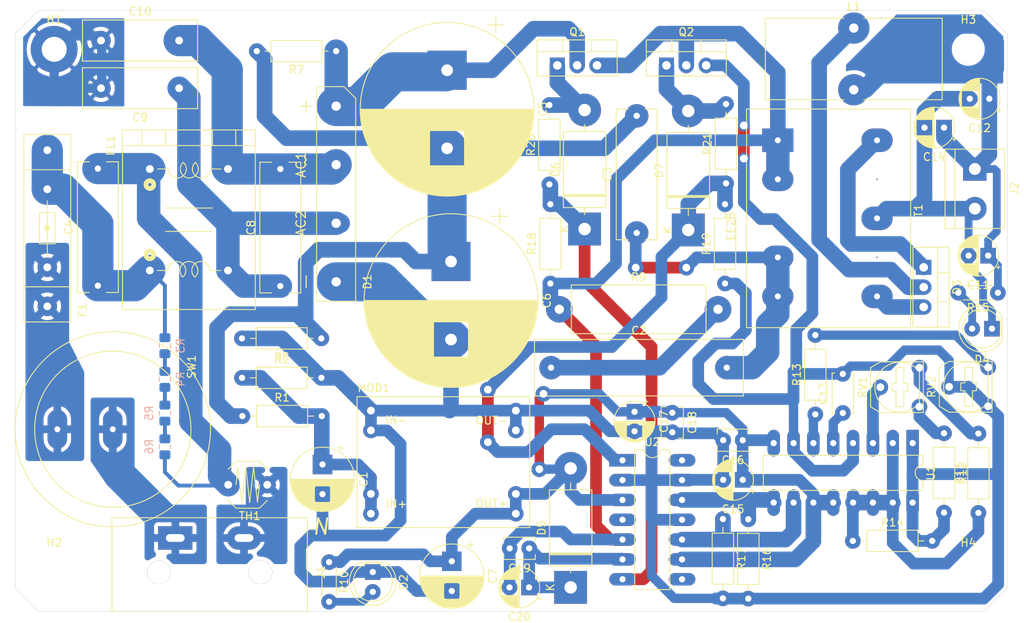
<source format=kicad_pcb>
(kicad_pcb (version 20171130) (host pcbnew 5.1.4)
  (layers (0 F.Cu signal) (31 B.Cu signal) (34 B.Paste user) (35 F.Paste user) (36 B.SilkS user) (37 F.SilkS user) (38 B.Mask user) (39 F.Mask user) (44 Edge.Cuts user))
  (net 0 "")
  (net 1 "Net-(F1-Pad2)")
  (net 2 "Net-(C1-Pad1)")
  (net 3 "Net-(J1-Pad2)")
  (net 4 "Net-(R3-Pad2)")
  (net 5 N)
  (net 6 F)
  (net 7 GNDPWR)
  (net 8 Vin)
  (net 9 Vin|2)
  (net 10 VS2)
  (net 11 +15V)
  (net 12 "Net-(J1-Pad1)")
  (net 13 GNDREF)
  (net 14 VG1)
  (net 15 VG2)
  (net 16 +5V_REF)
  (net 17 "Net-(R13-Pad1)")
  (net 18 PWM_A)
  (net 19 PWM_B)
  (net 20 VS1)
  (net 21 "Net-(D2-Pad2)")
  (net 22 "Net-(D6-Pad1)")
  (net 23 "Net-(R13-Pad2)")
  (net 24 FB)
  (net 25 "Net-(D3-Pad2)")
  (net 26 "Net-(D3-Pad1)")
  (net 27 "Net-(D3-Pad3)")
  (net 28 "Net-(C2-Pad2)")
  (net 29 "Net-(C2-Pad1)")
  (net 30 "Net-(C4-Pad2)")
  (net 31 "Net-(C4-Pad1)")
  (net 32 "Net-(C11-Pad1)")
  (net 33 "Net-(C13-Pad1)")
  (net 34 "Net-(C19-Pad1)")
  (net 35 "Net-(D4-Pad2)")
  (net 36 "Net-(D7-Pad1)")
  (net 37 "Net-(R4-Pad2)")
  (net 38 "Net-(R5-Pad2)")
  (net 39 "Net-(R11-Pad2)")
  (net 40 "Net-(R12-Pad1)")
  (module lib_fp:NTC-16 (layer F.Cu) (at 122.682 127)
    (fp_text reference TH1 (at 0.25 4) (layer F.SilkS))
    (fp_text value 16)
    (pad 2 thru_hole circle (at -2.5 0) (size 2.2 2.2) (drill 1) (layers *.Cu *.Mask) (net 30 "Net-(C4-Pad2)"))
    (pad 1 thru_hole circle (at 2.5 0) (size 2.2 2.2) (drill 1) (layers *.Cu *.Mask) (net 3 "Net-(J1-Pad2)"))
  )
  (module lib_fp:IEC-C8 (layer F.Cu) (at 117.80812 138.21732 180)
    (fp_text reference J1 (at -14.224 0 90) (layer F.SilkS))
    (fp_text value "220 VAC")
    (fp_text user N (at -14.224 5.842) (layer F.SilkS) (effects (font (size 2 2) (thickness 0.25) italic)))
    (pad "" thru_hole circle (at -6.5 0 180) (size 3 3) (drill 3) (layers *.Cu *.Mask))
    (pad "" thru_hole circle (at 6.5 0 180) (size 3 3) (drill 3) (layers *.Cu *.Mask))
    (pad 1 thru_hole rect (at 4.4 4.4 180) (size 4.4 3) (drill oval 2.4 1) (layers *.Cu *.Mask) (net 12 "Net-(J1-Pad1)"))
    (pad 2 thru_hole oval (at -4.4 4.4 180) (size 4.4 3) (drill oval 2.4 1) (layers *.Cu *.Mask) (net 3 "Net-(J1-Pad2)"))
  )
  (module lib_fp:Choke_A (layer F.Cu) (at 115.15 93.05 90)
    (fp_text reference FL1 (at 9.5 -10 90) (layer F.SilkS))
    (fp_text value "Choke Coil")
    (pad 1 thru_hole circle (at -6.5 -5 90) (size 2.5 2.5) (drill 1) (layers *.Cu *.Mask) (net 31 "Net-(C4-Pad1)"))
    (pad 2 thru_hole circle (at -6.5 5 90) (size 2.5 2.5) (drill 1) (layers *.Cu *.Mask) (net 6 F))
    (pad 3 thru_hole circle (at 6.5 -5 90) (size 2.5 2.5) (drill 1) (layers *.Cu *.Mask) (net 30 "Net-(C4-Pad2)"))
    (pad 4 thru_hole circle (at 6.5 5 90) (size 2.5 2.5) (drill 1) (layers *.Cu *.Mask) (net 5 N))
  )
  (module lib_fp:C_EMI (layer F.Cu) (at 113.9 76.2 180)
    (fp_text reference C9 (at 5 -3.75) (layer F.SilkS))
    (fp_text value 1n)
    (pad 2 thru_hole circle (at 10 0 180) (size 2.5 2.5) (drill 1) (layers *.Cu *.Mask) (net 7 GNDPWR))
    (pad 1 thru_hole circle (at 0 0 180) (size 2.5 2.5) (drill 1) (layers *.Cu *.Mask) (net 6 F))
  )
  (module lib_fp:C_EMI (layer F.Cu) (at 103.9 70.1)
    (fp_text reference C10 (at 5 -3.75) (layer F.SilkS))
    (fp_text value 1n)
    (pad 1 thru_hole circle (at 0 0) (size 2.5 2.5) (drill 1) (layers *.Cu *.Mask) (net 7 GNDPWR))
    (pad 2 thru_hole circle (at 10 0) (size 2.5 2.5) (drill 1) (layers *.Cu *.Mask) (net 5 N))
  )
  (module lib_fp:DS3B (layer F.Cu) (at 134 90 270)
    (fp_text reference D1 (at 11 -4 90) (layer F.SilkS))
    (fp_text value D3SB60)
    (fp_text user + (at -11.5 4 90) (layer F.SilkS) (effects (font (size 2 2))))
    (fp_text user ~ (at -4.5 4 90) (layer F.SilkS) (effects (font (size 2 2))))
    (fp_text user AC1 (at -4 4.5 90) (layer F.SilkS) (effects (font (size 1.2 1.2))))
    (fp_text user AC2 (at 3.5 4.5 90) (layer F.SilkS) (effects (font (size 1.2 1.2))))
    (fp_text user - (at 11 4 90) (layer F.SilkS) (effects (font (size 2 2))))
    (fp_text user ~ (at -4.5 4 90) (layer F.SilkS) (effects (font (size 2 2))))
    (pad 1 thru_hole oval (at -11.5 0 270) (size 2.5 3.5) (drill oval 1.2) (layers *.Cu *.Mask) (net 8 Vin))
    (pad 2 thru_hole oval (at -4 0 270) (size 2.5 3.5) (drill 1.2) (layers *.Cu *.Mask) (net 5 N))
    (pad 3 thru_hole oval (at 3.5 0 270) (size 2.5 3.5) (drill 1.2) (layers *.Cu *.Mask) (net 6 F))
    (pad 4 thru_hole oval (at 11 0 270) (size 2.5 3.5) (drill 1.2) (layers *.Cu *.Mask) (net 10 VS2))
  )
  (module lib_fp:Rocker (layer F.Cu) (at 105.41 119.888 90)
    (fp_text reference SW1 (at 8 10.1 90) (layer F.SilkS))
    (fp_text value ROCKER)
    (pad 1 thru_hole oval (at 0 0 90) (size 5 2.5) (drill 0.762) (layers *.Cu *.Mask) (net 12 "Net-(J1-Pad1)"))
    (pad 2 thru_hole oval (at 0 -7.1 90) (size 5 2.5) (drill 0.762) (layers *.Cu *.Mask) (net 1 "Net-(F1-Pad2)"))
  )
  (module lib_fp:TerminalBlock_bornier-2_P5.08mm (layer F.Cu) (at 215.75 86.55 270)
    (fp_text reference J2 (at 2.54 -5.08 90) (layer F.SilkS))
    (fp_text value "Salida +24V")
    (pad 1 thru_hole rect (at 0 0 270) (size 3 3) (drill 1.52) (layers *.Cu *.Mask) (net 32 "Net-(C11-Pad1)"))
    (pad 2 thru_hole circle (at 5.08 0 270) (size 3 3) (drill 1.52) (layers *.Cu *.Mask) (net 13 GNDREF))
  )
  (module lib_fp:TO-220-3_Vertical (layer F.Cu) (at 162.306 73.279)
    (fp_text reference Q1 (at 2.54 -4.27) (layer F.SilkS))
    (fp_text value IRF840)
    (pad 3 thru_hole oval (at 5.08 0) (size 1.905 2) (drill 1.1) (layers *.Cu *.Mask) (net 20 VS1))
    (pad 2 thru_hole oval (at 2.54 0) (size 1.905 2) (drill 1.1) (layers *.Cu *.Mask) (net 8 Vin))
    (pad 1 thru_hole rect (at 0 0) (size 1.905 2) (drill 1.1) (layers *.Cu *.Mask) (net 14 VG1))
  )
  (module lib_fp:TO-220-3_Vertical (layer F.Cu) (at 176.276 73.279)
    (fp_text reference Q2 (at 2.54 -4.27) (layer F.SilkS))
    (fp_text value IRF840)
    (pad 1 thru_hole rect (at 0 0) (size 1.905 2) (drill 1.1) (layers *.Cu *.Mask) (net 15 VG2))
    (pad 2 thru_hole oval (at 2.54 0) (size 1.905 2) (drill 1.1) (layers *.Cu *.Mask) (net 20 VS1))
    (pad 3 thru_hole oval (at 5.08 0) (size 1.905 2) (drill 1.1) (layers *.Cu *.Mask) (net 10 VS2))
  )
  (module lib_fp:Fuse_4pin_A (layer F.Cu) (at 97.028 94.14 270)
    (fp_text reference F1 (at 10.5 -4.5 90) (layer F.SilkS))
    (fp_text value "0,5 A")
    (pad 1 thru_hole circle (at -5 0 270) (size 2.5 2.5) (drill 1) (layers *.Cu *.Mask) (net 31 "Net-(C4-Pad1)"))
    (pad 2 thru_hole circle (at 5 0 270) (size 2.5 2.5) (drill 1) (layers *.Cu *.Mask) (net 1 "Net-(F1-Pad2)"))
    (pad 1 thru_hole circle (at -10 0 270) (size 2.5 2.5) (drill 1) (layers *.Cu *.Mask) (net 31 "Net-(C4-Pad1)"))
    (pad 2 thru_hole circle (at 10 0 270) (size 2.5 2.5) (drill 1) (layers *.Cu *.Mask) (net 1 "Net-(F1-Pad2)"))
  )
  (module lib_fp:Trimpot_Horizontal (layer F.Cu) (at 206.15 114.5 90)
    (fp_text reference RV1 (at 0 -4.75 90) (layer F.SilkS))
    (fp_text value 5k)
    (pad 1 thru_hole circle (at 2.5 2.5 90) (size 2 2) (drill 1) (layers *.Cu *.Mask) (net 39 "Net-(R11-Pad2)"))
    (pad 2 thru_hole circle (at 0 -2.5 90) (size 2 2) (drill 1) (layers *.Cu *.Mask) (net 24 FB))
    (pad 3 thru_hole circle (at -2.5 2.5 90) (size 2 2) (drill 1) (layers *.Cu *.Mask) (net 40 "Net-(R12-Pad1)"))
  )
  (module lib_fp:Trimpot_Horizontal (layer F.Cu) (at 214.95 114.45 90)
    (fp_text reference RV2 (at 0 -4.75 90) (layer F.SilkS))
    (fp_text value 1k)
    (pad 3 thru_hole circle (at -2.5 2.5 90) (size 2 2) (drill 1) (layers *.Cu *.Mask) (net 10 VS2))
    (pad 2 thru_hole circle (at 0 -2.5 90) (size 2 2) (drill 1) (layers *.Cu *.Mask) (net 10 VS2))
    (pad 1 thru_hole circle (at 2.5 2.5 90) (size 2 2) (drill 1) (layers *.Cu *.Mask) (net 23 "Net-(R13-Pad2)"))
  )
  (module lib_fp:TO-220-3_Vertical (layer F.Cu) (at 209.2 99.15 270)
    (fp_text reference D3 (at 2.54 -4.27 90) (layer F.SilkS))
    (fp_text value MUR1660)
    (pad 3 thru_hole oval (at 5.08 0 270) (size 1.905 2) (drill 1.1) (layers *.Cu *.Mask) (net 27 "Net-(D3-Pad3)"))
    (pad 2 thru_hole oval (at 2.54 0 270) (size 1.905 2) (drill 1.1) (layers *.Cu *.Mask) (net 25 "Net-(D3-Pad2)"))
    (pad 1 thru_hole rect (at 0 0 270) (size 1.905 2) (drill 1.1) (layers *.Cu *.Mask) (net 26 "Net-(D3-Pad1)"))
  )
  (module lib_fp:Transformador_EE25 (layer F.Cu) (at 208.25 78.25 270)
    (fp_text reference T1 (at 13.62 -0.28 90) (layer F.SilkS))
    (fp_text value Transformer_1P_SS)
    (fp_text user EE25 (at 15.62 23.72 90) (layer F.SilkS))
    (pad 2 thru_hole oval (at 24.62 17.72 270) (size 3 4) (drill 0.762) (layers *.Cu *.Mask) (net 28 "Net-(C2-Pad2)"))
    (pad 2 thru_hole oval (at 19.62 17.72 270) (size 3 4) (drill 0.762) (layers *.Cu *.Mask) (net 28 "Net-(C2-Pad2)"))
    (pad "" thru_hole oval (at 14.62 17.72 270) (size 0.1 0.1) (drill 0.1) (layers *.Cu *.Mask) (net 10 VS2))
    (pad 1 thru_hole oval (at 9.62 17.72 270) (size 3 4) (drill 0.762) (layers *.Cu *.Mask) (net 20 VS1))
    (pad 1 thru_hole rect (at 4.62 17.72 270) (size 3 4) (drill 0.762) (layers *.Cu *.Mask) (net 20 VS1))
    (pad "" thru_hole oval (at 9.62 5.02 270) (size 0.2 0.2) (drill 0.1) (layers *.Cu *.Mask))
    (pad 5 thru_hole oval (at 4.62 5.02 270) (size 3 4) (drill 0.762) (layers *.Cu *.Mask) (net 26 "Net-(D3-Pad1)"))
    (pad 4 thru_hole oval (at 14.62 5.02 270) (size 3 4) (drill 0.762) (layers *.Cu *.Mask) (net 13 GNDREF))
    (pad "" thru_hole oval (at 19.62 5.02 270) (size 0.2 0.2) (drill 0.1) (layers *.Cu *.Mask))
    (pad 3 thru_hole oval (at 24.62 5.02 270) (size 3 4) (drill 0.762) (layers *.Cu *.Mask) (net 27 "Net-(D3-Pad3)"))
  )
  (module lib_fp:CP_Radial_D8.0mm_P3.80mm (layer F.Cu) (at 132.25 124.4 270)
    (fp_text reference C1 (at 1.9 -5.25 90) (layer F.SilkS))
    (fp_text value 330u|24V)
    (pad 2 thru_hole circle (at 3.8 0 270) (size 2.6 2.6) (drill 0.8) (layers *.Cu *.Mask) (net 10 VS2))
    (pad 1 thru_hole rect (at 0 0 270) (size 2.5 2.5) (drill 0.8) (layers *.Cu *.Mask) (net 2 "Net-(C1-Pad1)"))
  )
  (module lib_fp:C_Rect_L26.5mm_W7.0mm_P22.50mm_MKS4 (layer F.Cu) (at 161.5 112)
    (fp_text reference C2 (at 11.25 -4.75) (layer F.SilkS))
    (fp_text value 330nF|400V)
    (pad 2 thru_hole circle (at 22.5 0) (size 3 3) (drill 0.8) (layers *.Cu *.Mask) (net 28 "Net-(C2-Pad2)"))
    (pad 1 thru_hole circle (at 0 0) (size 3 3) (drill 0.8) (layers *.Cu *.Mask) (net 29 "Net-(C2-Pad1)"))
  )
  (module lib_fp:C_Rect_L16.5mm_W5.0mm_P15.00mm_MKT (layer F.Cu) (at 172.466 94.742 90)
    (fp_text reference C3 (at 7.5 -3.75 90) (layer F.SilkS))
    (fp_text value 0.1u)
    (pad 2 thru_hole circle (at 15 0 90) (size 3 3) (drill 0.8) (layers *.Cu *.Mask) (net 9 Vin|2))
    (pad 1 thru_hole circle (at 0 0 90) (size 3 3) (drill 0.8) (layers *.Cu *.Mask) (net 28 "Net-(C2-Pad2)"))
  )
  (module lib_fp:C_Rect_L16.5mm_W5.0mm_P15.00mm_MKT (layer F.Cu) (at 103.5 101.5 90)
    (fp_text reference C4 (at 7.5 -3.75 90) (layer F.SilkS))
    (fp_text value 0.1u)
    (pad 2 thru_hole circle (at 15 0 90) (size 3 3) (drill 0.8) (layers *.Cu *.Mask) (net 30 "Net-(C4-Pad2)"))
    (pad 1 thru_hole circle (at 0 0 90) (size 3 3) (drill 0.8) (layers *.Cu *.Mask) (net 31 "Net-(C4-Pad1)"))
  )
  (module lib_fp:CP_Radial_D22.0mm_P10.00mm_SnapIn (layer F.Cu) (at 148.2 73.9 270)
    (fp_text reference C5 (at 5 -12.25 90) (layer F.SilkS))
    (fp_text value 330u|200V)
    (pad 2 thru_hole circle (at 10 0 270) (size 5 5) (drill 1.5) (layers *.Cu *.Mask) (net 9 Vin|2))
    (pad 1 thru_hole rect (at 0 0 270) (size 5 5) (drill 1.5) (layers *.Cu *.Mask) (net 8 Vin))
  )
  (module lib_fp:CP_Radial_D22.0mm_P10.00mm_SnapIn (layer F.Cu) (at 148.7 98.4 270)
    (fp_text reference C6 (at 5 -12.25 90) (layer F.SilkS))
    (fp_text value 330u|200V)
    (pad 1 thru_hole rect (at 0 0 270) (size 5 5) (drill 1.5) (layers *.Cu *.Mask) (net 9 Vin|2))
    (pad 2 thru_hole circle (at 10 0 270) (size 5 5) (drill 1.5) (layers *.Cu *.Mask) (net 10 VS2))
  )
  (module lib_fp:CP_Radial_D8.0mm_P3.80mm (layer F.Cu) (at 148.8 136.8 270)
    (fp_text reference C7 (at 1.9 -5.25 90) (layer F.SilkS))
    (fp_text value 330u|24V)
    (pad 1 thru_hole rect (at 0 0 270) (size 2.5 2.5) (drill 0.8) (layers *.Cu *.Mask) (net 11 +15V))
    (pad 2 thru_hole circle (at 3.8 0 270) (size 2.6 2.6) (drill 0.8) (layers *.Cu *.Mask) (net 10 VS2))
  )
  (module lib_fp:C_Rect_L16.5mm_W5.0mm_P15.00mm_MKT (layer F.Cu) (at 126.85 101.55 90)
    (fp_text reference C8 (at 7.5 -3.75 90) (layer F.SilkS))
    (fp_text value 0.1u)
    (pad 1 thru_hole circle (at 0 0 90) (size 3 3) (drill 0.8) (layers *.Cu *.Mask) (net 6 F))
    (pad 2 thru_hole circle (at 15 0 90) (size 3 3) (drill 0.8) (layers *.Cu *.Mask) (net 5 N))
  )
  (module lib_fp:CP_Radial_D5.0mm_P2.50mm (layer F.Cu) (at 217.45 97.65 180)
    (fp_text reference C11 (at 1.25 -3.75) (layer F.SilkS))
    (fp_text value 10u|50V)
    (pad 1 thru_hole rect (at 0 0 180) (size 2 2) (drill 0.8) (layers *.Cu *.Mask) (net 32 "Net-(C11-Pad1)"))
    (pad 2 thru_hole circle (at 2.5 0 180) (size 2 2) (drill 0.8) (layers *.Cu *.Mask) (net 13 GNDREF))
  )
  (module lib_fp:CP_Radial_D5.0mm_P2.50mm (layer F.Cu) (at 217.6 77.55 180)
    (fp_text reference C12 (at 1.25 -3.75) (layer F.SilkS))
    (fp_text value 10u|50V)
    (pad 2 thru_hole circle (at 2.5 0 180) (size 2 2) (drill 0.8) (layers *.Cu *.Mask) (net 13 GNDREF))
    (pad 1 thru_hole rect (at 0 0 180) (size 2 2) (drill 0.8) (layers *.Cu *.Mask) (net 32 "Net-(C11-Pad1)"))
  )
  (module lib_fp:C_Disc_D5.0mm_W2.5mm_P5.00mm (layer F.Cu) (at 198.85 117.8 90)
    (fp_text reference C13 (at 2.5 -2.5 90) (layer F.SilkS))
    (fp_text value 3,9n)
    (pad 2 thru_hole circle (at 5 0 90) (size 2 2) (drill 0.8) (layers *.Cu *.Mask) (net 10 VS2))
    (pad 1 thru_hole circle (at 0 0 90) (size 2 2) (drill 0.8) (layers *.Cu *.Mask) (net 33 "Net-(C13-Pad1)"))
  )
  (module lib_fp:CP_Radial_D5.0mm_P2.50mm (layer F.Cu) (at 211.8 81.25 180)
    (fp_text reference C14 (at 1.25 -3.75) (layer F.SilkS))
    (fp_text value 10u|50V)
    (pad 1 thru_hole rect (at 0 0 180) (size 2 2) (drill 0.8) (layers *.Cu *.Mask) (net 32 "Net-(C11-Pad1)"))
    (pad 2 thru_hole circle (at 2.5 0 180) (size 2 2) (drill 0.8) (layers *.Cu *.Mask) (net 13 GNDREF))
  )
  (module lib_fp:CP_Radial_D5.0mm_P2.50mm (layer F.Cu) (at 186.0388 126.3672 180)
    (fp_text reference C15 (at 1.25 -3.75) (layer F.SilkS))
    (fp_text value 10u)
    (pad 1 thru_hole rect (at 0 0 180) (size 2 2) (drill 0.8) (layers *.Cu *.Mask) (net 11 +15V))
    (pad 2 thru_hole circle (at 2.5 0 180) (size 2 2) (drill 0.8) (layers *.Cu *.Mask) (net 10 VS2))
  )
  (module lib_fp:C_Disc_D3.8mm_W2.6mm_P2.50mm (layer F.Cu) (at 186.0388 121.2872 180)
    (fp_text reference C16 (at 1.25 -2.55) (layer F.SilkS))
    (fp_text value 0.1u)
    (pad 2 thru_hole circle (at 2.5 0 180) (size 2 2) (drill 0.8) (layers *.Cu *.Mask) (net 10 VS2))
    (pad 1 thru_hole circle (at 0 0 180) (size 2 2) (drill 0.8) (layers *.Cu *.Mask) (net 11 +15V))
  )
  (module lib_fp:CP_Radial_D5.0mm_P2.50mm (layer F.Cu) (at 172.19 117.65 270)
    (fp_text reference C17 (at 1.25 -3.75 90) (layer F.SilkS))
    (fp_text value 10u)
    (pad 1 thru_hole rect (at 0 0 270) (size 2 2) (drill 0.8) (layers *.Cu *.Mask) (net 11 +15V))
    (pad 2 thru_hole circle (at 2.5 0 270) (size 2 2) (drill 0.8) (layers *.Cu *.Mask) (net 10 VS2))
  )
  (module lib_fp:C_Disc_D3.8mm_W2.6mm_P2.50mm (layer F.Cu) (at 177.02 117.77 270)
    (fp_text reference C18 (at 1.25 -2.55 90) (layer F.SilkS))
    (fp_text value 0.1u)
    (pad 1 thru_hole circle (at 0 0 270) (size 2 2) (drill 0.8) (layers *.Cu *.Mask) (net 11 +15V))
    (pad 2 thru_hole circle (at 2.5 0 270) (size 2 2) (drill 0.8) (layers *.Cu *.Mask) (net 10 VS2))
  )
  (module lib_fp:C_Disc_D3.8mm_W2.6mm_P2.50mm (layer F.Cu) (at 158.71 135.14 180)
    (fp_text reference C19 (at 1.25 -2.55) (layer F.SilkS))
    (fp_text value 0.1u)
    (pad 1 thru_hole circle (at 0 0 180) (size 2 2) (drill 0.8) (layers *.Cu *.Mask) (net 34 "Net-(C19-Pad1)"))
    (pad 2 thru_hole circle (at 2.5 0 180) (size 2 2) (drill 0.8) (layers *.Cu *.Mask) (net 20 VS1))
  )
  (module lib_fp:CP_Radial_D5.0mm_P2.50mm (layer F.Cu) (at 158.69 140.15 180)
    (fp_text reference C20 (at 1.25 -3.75) (layer F.SilkS))
    (fp_text value 4,7u)
    (pad 2 thru_hole circle (at 2.5 0 180) (size 2 2) (drill 0.8) (layers *.Cu *.Mask) (net 20 VS1))
    (pad 1 thru_hole rect (at 0 0 180) (size 2 2) (drill 0.8) (layers *.Cu *.Mask) (net 34 "Net-(C19-Pad1)"))
  )
  (module lib_fp:LED_D5.0mm_Clear (layer F.Cu) (at 138.684 138.176 270)
    (fp_text reference D2 (at 1.27 -3.96 90) (layer F.SilkS))
    (fp_text value Verde_5mm)
    (pad 1 thru_hole rect (at 0 0 270) (size 2 2) (drill 0.8) (layers *.Cu *.Mask) (net 10 VS2))
    (pad 2 thru_hole circle (at 2.54 0 270) (size 2 2) (drill 0.8) (layers *.Cu *.Mask) (net 21 "Net-(D2-Pad2)"))
  )
  (module lib_fp:LED_D5.0mm_Clear (layer F.Cu) (at 217.94 107 180)
    (fp_text reference D4 (at 1.27 -3.96) (layer F.SilkS))
    (fp_text value Amarillo_5mm)
    (pad 2 thru_hole circle (at 2.54 0 180) (size 2 2) (drill 0.8) (layers *.Cu *.Mask) (net 35 "Net-(D4-Pad2)"))
    (pad 1 thru_hole rect (at 0 0 180) (size 2 2) (drill 0.8) (layers *.Cu *.Mask) (net 13 GNDREF))
  )
  (module lib_fp:D_DO-201AD_P15.24mm_Horizontal (layer F.Cu) (at 164.01 140.14 90)
    (fp_text reference D5 (at 7.62 -3.72 90) (layer F.SilkS))
    (fp_text value MUR460)
    (fp_text user K (at 0 -2.6 90) (layer F.SilkS))
    (pad 2 thru_hole oval (at 15.24 0 90) (size 4.2 4.2) (drill 1.6) (layers *.Cu *.Mask) (net 11 +15V))
    (pad 1 thru_hole rect (at 0 0 90) (size 4.2 4.2) (drill 1.6) (layers *.Cu *.Mask) (net 34 "Net-(C19-Pad1)"))
  )
  (module lib_fp:D_DO-201AD_P15.24mm_Horizontal (layer F.Cu) (at 165.8 94.24 90)
    (fp_text reference D6 (at 7.62 -3.72 90) (layer F.SilkS))
    (fp_text value MUR460)
    (fp_text user K (at 0 -2.6 90) (layer F.SilkS))
    (pad 1 thru_hole rect (at 0 0 90) (size 4.2 4.2) (drill 1.6) (layers *.Cu *.Mask) (net 22 "Net-(D6-Pad1)"))
    (pad 2 thru_hole oval (at 15.24 0 90) (size 4.2 4.2) (drill 1.6) (layers *.Cu *.Mask) (net 14 VG1))
  )
  (module lib_fp:D_DO-201AD_P15.24mm_Horizontal (layer F.Cu) (at 179.07 94.361 90)
    (fp_text reference D7 (at 7.62 -3.72 90) (layer F.SilkS))
    (fp_text value MUR460)
    (fp_text user K (at 0 -2.6 90) (layer F.SilkS))
    (pad 2 thru_hole oval (at 15.24 0 90) (size 4.2 4.2) (drill 1.6) (layers *.Cu *.Mask) (net 15 VG2))
    (pad 1 thru_hole rect (at 0 0 90) (size 4.2 4.2) (drill 1.6) (layers *.Cu *.Mask) (net 36 "Net-(D7-Pad1)"))
  )
  (module lib_fp:MountingHole_3.2mm_M3_DIN965_Pad (layer F.Cu) (at 97.90812 71.21732)
    (fp_text reference H1 (at 0 -3.8) (layer F.SilkS))
    (fp_text value MountingHole_Pad)
    (pad 1 thru_hole circle (at 0 0) (size 6 6) (drill 3.2) (layers *.Cu *.Mask) (net 7 GNDPWR))
  )
  (module lib_fp:MountingHole_3.2mm_M3_DIN965 (layer F.Cu) (at 97.90812 138.21732)
    (fp_text reference H2 (at 0 -3.8) (layer F.SilkS))
    (fp_text value MountingHole)
    (pad 1 np_thru_hole circle (at 0 0) (size 3.2 3.2) (drill 3.2) (layers *.Cu *.Mask))
  )
  (module lib_fp:MountingHole_3.2mm_M3_DIN965 (layer F.Cu) (at 214.90812 71.21732)
    (fp_text reference H3 (at 0 -3.8) (layer F.SilkS))
    (fp_text value MountingHole)
    (pad 1 np_thru_hole circle (at 0 0) (size 3.2 3.2) (drill 3.2) (layers *.Cu *.Mask))
  )
  (module lib_fp:MountingHole_3.2mm_M3_DIN965 (layer F.Cu) (at 214.90812 138.21732)
    (fp_text reference H4 (at 0 -3.8) (layer F.SilkS))
    (fp_text value MountingHole)
    (pad 1 np_thru_hole circle (at 0 0) (size 3.2 3.2) (drill 3.2) (layers *.Cu *.Mask))
  )
  (module lib_fp:L_Toroid_Vertical_L22.4mm_W10.2mm_P7.90mm_Vishay_TJ4 (layer F.Cu) (at 200.25 68.5)
    (fp_text reference L1 (at 0 -2.75) (layer F.SilkS))
    (fp_text value INDUCTOR)
    (pad 1 thru_hole circle (at 0 0) (size 4 4) (drill 1.2) (layers *.Cu *.Mask) (net 25 "Net-(D3-Pad2)"))
    (pad 2 thru_hole circle (at 0 7.9) (size 4 4) (drill 1.2) (layers *.Cu *.Mask) (net 32 "Net-(C11-Pad1)"))
  )
  (module lib_fp:R_Axial_DIN0207_L6.3mm_D2.5mm_P10.16mm_Horizontal (layer F.Cu) (at 122 118.2)
    (fp_text reference R1 (at 5.08 -2.37) (layer F.SilkS))
    (fp_text value 6,8k)
    (pad 1 thru_hole circle (at 0 0) (size 2 2) (drill 0.8) (layers *.Cu *.Mask) (net 9 Vin|2))
    (pad 2 thru_hole oval (at 10.16 0) (size 2 2) (drill 0.8) (layers *.Cu *.Mask) (net 2 "Net-(C1-Pad1)"))
  )
  (module lib_fp:R_Axial_DIN0207_L6.3mm_D2.5mm_P10.16mm_Horizontal (layer F.Cu) (at 121.95 113.3)
    (fp_text reference R2 (at 5.08 -2.37) (layer F.SilkS))
    (fp_text value 1K)
    (pad 2 thru_hole oval (at 10.16 0) (size 2 2) (drill 0.8) (layers *.Cu *.Mask) (net 10 VS2))
    (pad 1 thru_hole circle (at 0 0) (size 2 2) (drill 0.8) (layers *.Cu *.Mask) (net 2 "Net-(C1-Pad1)"))
  )
  (module lib_fp:R_0805_2012Metric_Pad1.15x1.40mm_HandSolder (layer B.Cu) (at 112.08 109.183 270)
    (fp_text reference R3 (at 0.025 -2 90) (layer B.SilkS) (effects (justify mirror)))
    (fp_text value 20k)
    (pad 1 smd roundrect (at -1.025 0 270) (size 1.15 1.4) (layers B.Cu B.Paste B.Mask) (roundrect_rratio 0.217391) (net 31 "Net-(C4-Pad1)"))
    (pad 2 smd roundrect (at 1.025 0 270) (size 1.15 1.4) (layers B.Cu B.Paste B.Mask) (roundrect_rratio 0.217391) (net 4 "Net-(R3-Pad2)"))
  )
  (module lib_fp:R_0805_2012Metric_Pad1.15x1.40mm_HandSolder (layer B.Cu) (at 112.08 113.501 270)
    (fp_text reference R4 (at -0.025 -2 90) (layer B.SilkS) (effects (justify mirror)))
    (fp_text value 20k)
    (pad 2 smd roundrect (at 1.025 0 270) (size 1.15 1.4) (layers B.Cu B.Paste B.Mask) (roundrect_rratio 0.217391) (net 37 "Net-(R4-Pad2)"))
    (pad 1 smd roundrect (at -1.025 0 270) (size 1.15 1.4) (layers B.Cu B.Paste B.Mask) (roundrect_rratio 0.217391) (net 4 "Net-(R3-Pad2)"))
  )
  (module lib_fp:R_0805_2012Metric_Pad1.15x1.40mm_HandSolder (layer B.Cu) (at 112.08 117.819 270)
    (fp_text reference R5 (at 0 2 90) (layer B.SilkS) (effects (justify mirror)))
    (fp_text value 20k)
    (pad 1 smd roundrect (at -1.025 0 270) (size 1.15 1.4) (layers B.Cu B.Paste B.Mask) (roundrect_rratio 0.217391) (net 37 "Net-(R4-Pad2)"))
    (pad 2 smd roundrect (at 1.025 0 270) (size 1.15 1.4) (layers B.Cu B.Paste B.Mask) (roundrect_rratio 0.217391) (net 38 "Net-(R5-Pad2)"))
  )
  (module lib_fp:R_0805_2012Metric_Pad1.15x1.40mm_HandSolder (layer B.Cu) (at 112.08 122.137 270)
    (fp_text reference R6 (at -0.025 2 90) (layer B.SilkS) (effects (justify mirror)))
    (fp_text value 20k)
    (pad 2 smd roundrect (at 1.025 0 270) (size 1.15 1.4) (layers B.Cu B.Paste B.Mask) (roundrect_rratio 0.217391) (net 30 "Net-(C4-Pad2)"))
    (pad 1 smd roundrect (at -1.025 0 270) (size 1.15 1.4) (layers B.Cu B.Paste B.Mask) (roundrect_rratio 0.217391) (net 38 "Net-(R5-Pad2)"))
  )
  (module lib_fp:R_Axial_DIN0207_L6.3mm_D2.5mm_P10.16mm_Horizontal (layer F.Cu) (at 134 71.45 180)
    (fp_text reference R7 (at 5.08 -2.37) (layer F.SilkS))
    (fp_text value 100k)
    (pad 1 thru_hole circle (at 0 0 180) (size 2 2) (drill 0.8) (layers *.Cu *.Mask) (net 8 Vin))
    (pad 2 thru_hole oval (at 10.16 0 180) (size 2 2) (drill 0.8) (layers *.Cu *.Mask) (net 9 Vin|2))
  )
  (module lib_fp:R_Axial_DIN0207_L6.3mm_D2.5mm_P10.16mm_Horizontal (layer F.Cu) (at 132.1 108.25 180)
    (fp_text reference R8 (at 5.08 -2.37) (layer F.SilkS))
    (fp_text value 100k)
    (pad 1 thru_hole circle (at 0 0 180) (size 2 2) (drill 0.8) (layers *.Cu *.Mask) (net 9 Vin|2))
    (pad 2 thru_hole oval (at 10.16 0 180) (size 2 2) (drill 0.8) (layers *.Cu *.Mask) (net 10 VS2))
  )
  (module lib_fp:R_Axial_DIN0617_L17.0mm_D6.0mm_P20.32mm_Horizontal (layer F.Cu) (at 162.56 104.521)
    (fp_text reference R9 (at 10.16 -4.12) (layer F.SilkS))
    (fp_text value 56|3W)
    (pad 2 thru_hole oval (at 20.32 0) (size 3.4 3.4) (drill 1.2) (layers *.Cu *.Mask) (net 29 "Net-(C2-Pad1)"))
    (pad 1 thru_hole circle (at 0 0) (size 3.4 3.4) (drill 1.2) (layers *.Cu *.Mask) (net 20 VS1))
  )
  (module lib_fp:R_Axial_DIN0204_L3.6mm_D1.6mm_P5.08mm_Horizontal (layer F.Cu) (at 133.096 136.906 270)
    (fp_text reference R10 (at 2.54 -1.92 90) (layer F.SilkS))
    (fp_text value 2,2k)
    (pad 2 thru_hole oval (at 5.08 0 270) (size 2 2) (drill 0.8) (layers *.Cu *.Mask) (net 21 "Net-(D2-Pad2)"))
    (pad 1 thru_hole circle (at 0 0 270) (size 2 2) (drill 0.8) (layers *.Cu *.Mask) (net 11 +15V))
  )
  (module lib_fp:R_Axial_DIN0207_L6.3mm_D2.5mm_P10.16mm_Horizontal (layer F.Cu) (at 216.2 130.6 90)
    (fp_text reference R11 (at 5.08 -2.37 90) (layer F.SilkS))
    (fp_text value 2,2k)
    (pad 2 thru_hole oval (at 10.16 0 90) (size 2 2) (drill 0.8) (layers *.Cu *.Mask) (net 39 "Net-(R11-Pad2)"))
    (pad 1 thru_hole circle (at 0 0 90) (size 2 2) (drill 0.8) (layers *.Cu *.Mask) (net 16 +5V_REF))
  )
  (module lib_fp:R_Axial_DIN0207_L6.3mm_D2.5mm_P10.16mm_Horizontal (layer F.Cu) (at 211.8 120.4 270)
    (fp_text reference R12 (at 5.08 -2.37 90) (layer F.SilkS))
    (fp_text value 10k)
    (pad 1 thru_hole circle (at 0 0 270) (size 2 2) (drill 0.8) (layers *.Cu *.Mask) (net 40 "Net-(R12-Pad1)"))
    (pad 2 thru_hole oval (at 10.16 0 270) (size 2 2) (drill 0.8) (layers *.Cu *.Mask) (net 10 VS2))
  )
  (module lib_fp:R_Axial_DIN0207_L6.3mm_D2.5mm_P10.16mm_Horizontal (layer F.Cu) (at 195.326 117.983 90)
    (fp_text reference R13 (at 5.08 -2.37 90) (layer F.SilkS))
    (fp_text value 1,5K)
    (pad 2 thru_hole oval (at 10.16 0 90) (size 2 2) (drill 0.8) (layers *.Cu *.Mask) (net 23 "Net-(R13-Pad2)"))
    (pad 1 thru_hole circle (at 0 0 90) (size 2 2) (drill 0.8) (layers *.Cu *.Mask) (net 17 "Net-(R13-Pad1)"))
  )
  (module lib_fp:R_Axial_DIN0207_L6.3mm_D2.5mm_P10.16mm_Horizontal (layer F.Cu) (at 200.13 134.19)
    (fp_text reference R14 (at 5.08 -2.37) (layer F.SilkS))
    (fp_text value 1K)
    (pad 1 thru_hole circle (at 0 0) (size 2 2) (drill 0.8) (layers *.Cu *.Mask) (net 16 +5V_REF))
    (pad 2 thru_hole oval (at 10.16 0) (size 2 2) (drill 0.8) (layers *.Cu *.Mask) (net 10 VS2))
  )
  (module lib_fp:R_Axial_DIN0204_L3.6mm_D1.6mm_P5.08mm_Horizontal (layer F.Cu) (at 218.7 102.4 180)
    (fp_text reference R15 (at 2.54 -1.92) (layer F.SilkS))
    (fp_text value 10k)
    (pad 1 thru_hole circle (at 0 0 180) (size 2 2) (drill 0.8) (layers *.Cu *.Mask) (net 32 "Net-(C11-Pad1)"))
    (pad 2 thru_hole oval (at 5.08 0 180) (size 2 2) (drill 0.8) (layers *.Cu *.Mask) (net 35 "Net-(D4-Pad2)"))
  )
  (module lib_fp:R_Axial_DIN0207_L6.3mm_D2.5mm_P10.16mm_Horizontal (layer F.Cu) (at 186.75 131.42 270)
    (fp_text reference R16 (at 5.08 -2.37 90) (layer F.SilkS))
    (fp_text value 1K)
    (pad 1 thru_hole circle (at 0 0 270) (size 2 2) (drill 0.8) (layers *.Cu *.Mask) (net 18 PWM_A))
    (pad 2 thru_hole oval (at 10.16 0 270) (size 2 2) (drill 0.8) (layers *.Cu *.Mask) (net 10 VS2))
  )
  (module lib_fp:R_Axial_DIN0207_L6.3mm_D2.5mm_P10.16mm_Horizontal (layer F.Cu) (at 183.5 131.39 270)
    (fp_text reference R17 (at 5.08 -2.37 90) (layer F.SilkS))
    (fp_text value 1K)
    (pad 1 thru_hole circle (at 0 0 270) (size 2 2) (drill 0.8) (layers *.Cu *.Mask) (net 19 PWM_B))
    (pad 2 thru_hole oval (at 10.16 0 270) (size 2 2) (drill 0.8) (layers *.Cu *.Mask) (net 10 VS2))
  )
  (module lib_fp:R_Axial_DIN0207_L6.3mm_D2.5mm_P10.16mm_Horizontal (layer F.Cu) (at 161.417 101.219 90)
    (fp_text reference R18 (at 5.08 -2.37 90) (layer F.SilkS))
    (fp_text value 1k)
    (pad 1 thru_hole circle (at 0 0 90) (size 2 2) (drill 0.8) (layers *.Cu *.Mask) (net 20 VS1))
    (pad 2 thru_hole oval (at 10.16 0 90) (size 2 2) (drill 0.8) (layers *.Cu *.Mask) (net 22 "Net-(D6-Pad1)"))
  )
  (module lib_fp:R_Axial_DIN0207_L6.3mm_D2.5mm_P10.16mm_Horizontal (layer F.Cu) (at 183.769 101.219 90)
    (fp_text reference R19 (at 5.08 -2.37 90) (layer F.SilkS))
    (fp_text value 1k)
    (pad 2 thru_hole oval (at 10.16 0 90) (size 2 2) (drill 0.8) (layers *.Cu *.Mask) (net 36 "Net-(D7-Pad1)"))
    (pad 1 thru_hole circle (at 0 0 90) (size 2 2) (drill 0.8) (layers *.Cu *.Mask) (net 10 VS2))
  )
  (module lib_fp:R_Axial_DIN0207_L6.3mm_D2.5mm_P10.16mm_Horizontal (layer F.Cu) (at 161.29 88.519 90)
    (fp_text reference R20 (at 5.08 -2.37 90) (layer F.SilkS))
    (fp_text value 22)
    (pad 2 thru_hole oval (at 10.16 0 90) (size 2 2) (drill 0.8) (layers *.Cu *.Mask) (net 14 VG1))
    (pad 1 thru_hole circle (at 0 0 90) (size 2 2) (drill 0.8) (layers *.Cu *.Mask) (net 22 "Net-(D6-Pad1)"))
  )
  (module lib_fp:R_Axial_DIN0207_L6.3mm_D2.5mm_P10.16mm_Horizontal (layer F.Cu) (at 183.896 88.392 90)
    (fp_text reference R21 (at 5.08 -2.37 90) (layer F.SilkS))
    (fp_text value 22)
    (pad 2 thru_hole oval (at 10.16 0 90) (size 2 2) (drill 0.8) (layers *.Cu *.Mask) (net 15 VG2))
    (pad 1 thru_hole circle (at 0 0 90) (size 2 2) (drill 0.8) (layers *.Cu *.Mask) (net 36 "Net-(D7-Pad1)"))
  )
  (module lib_fp:DIP-16_W7.62mm_LongPads (layer F.Cu) (at 207.78 121.66 270)
    (fp_text reference U1 (at 3.81 -2.33 90) (layer F.SilkS))
    (fp_text value TL494)
    (pad 16 thru_hole oval (at 7.62 0 270) (size 3.4 1.6) (drill 0.8) (layers *.Cu *.Mask) (net 10 VS2))
    (pad 8 thru_hole oval (at 0 17.78 270) (size 3.4 1.6) (drill 0.8) (layers *.Cu *.Mask) (net 11 +15V))
    (pad 15 thru_hole oval (at 7.62 2.54 270) (size 3.4 1.6) (drill 0.8) (layers *.Cu *.Mask) (net 16 +5V_REF))
    (pad 7 thru_hole oval (at 0 15.24 270) (size 3.4 1.6) (drill 0.8) (layers *.Cu *.Mask) (net 10 VS2))
    (pad 14 thru_hole oval (at 7.62 5.08 270) (size 3.4 1.6) (drill 0.8) (layers *.Cu *.Mask) (net 16 +5V_REF))
    (pad 6 thru_hole oval (at 0 12.7 270) (size 3.4 1.6) (drill 0.8) (layers *.Cu *.Mask) (net 17 "Net-(R13-Pad1)"))
    (pad 13 thru_hole oval (at 7.62 7.62 270) (size 3.4 1.6) (drill 0.8) (layers *.Cu *.Mask) (net 16 +5V_REF))
    (pad 5 thru_hole oval (at 0 10.16 270) (size 3.4 1.6) (drill 0.8) (layers *.Cu *.Mask) (net 33 "Net-(C13-Pad1)"))
    (pad 12 thru_hole oval (at 7.62 10.16 270) (size 3.4 1.6) (drill 0.8) (layers *.Cu *.Mask) (net 11 +15V))
    (pad 4 thru_hole oval (at 0 7.62 270) (size 3.4 1.6) (drill 0.8) (layers *.Cu *.Mask) (net 10 VS2))
    (pad 11 thru_hole oval (at 7.62 12.7 270) (size 3.4 1.6) (drill 0.8) (layers *.Cu *.Mask) (net 11 +15V))
    (pad 3 thru_hole oval (at 0 5.08 270) (size 3.4 1.6) (drill 0.8) (layers *.Cu *.Mask) (net 24 FB))
    (pad 10 thru_hole oval (at 7.62 15.24 270) (size 3.4 1.6) (drill 0.8) (layers *.Cu *.Mask) (net 19 PWM_B))
    (pad 2 thru_hole oval (at 0 2.54 270) (size 3.4 1.6) (drill 0.8) (layers *.Cu *.Mask) (net 16 +5V_REF))
    (pad 9 thru_hole oval (at 7.62 17.78 270) (size 3.4 1.6) (drill 0.8) (layers *.Cu *.Mask) (net 18 PWM_A))
    (pad 1 thru_hole rect (at 0 0 270) (size 3.4 1.6) (drill 0.8) (layers *.Cu *.Mask) (net 10 VS2))
  )
  (module lib_fp:DIP-14_W7.62mm_LongPads (layer F.Cu) (at 170.65 123.86)
    (fp_text reference U2 (at 3.81 -2.33) (layer F.SilkS))
    (fp_text value IR2110)
    (pad 14 thru_hole oval (at 7.62 0) (size 3.4 1.6) (drill 0.8) (layers *.Cu *.Mask))
    (pad 7 thru_hole oval (at 0 15.24) (size 3.4 1.6) (drill 0.8) (layers *.Cu *.Mask) (net 22 "Net-(D6-Pad1)"))
    (pad 13 thru_hole oval (at 7.62 2.54) (size 3.4 1.6) (drill 0.8) (layers *.Cu *.Mask) (net 10 VS2))
    (pad 6 thru_hole oval (at 0 12.7) (size 3.4 1.6) (drill 0.8) (layers *.Cu *.Mask) (net 34 "Net-(C19-Pad1)"))
    (pad 12 thru_hole oval (at 7.62 5.08) (size 3.4 1.6) (drill 0.8) (layers *.Cu *.Mask) (net 18 PWM_A))
    (pad 5 thru_hole oval (at 0 10.16) (size 3.4 1.6) (drill 0.8) (layers *.Cu *.Mask) (net 20 VS1))
    (pad 11 thru_hole oval (at 7.62 7.62) (size 3.4 1.6) (drill 0.8) (layers *.Cu *.Mask) (net 10 VS2))
    (pad 4 thru_hole oval (at 0 7.62) (size 3.4 1.6) (drill 0.8) (layers *.Cu *.Mask))
    (pad 10 thru_hole oval (at 7.62 10.16) (size 3.4 1.6) (drill 0.8) (layers *.Cu *.Mask) (net 19 PWM_B))
    (pad 3 thru_hole oval (at 0 5.08) (size 3.4 1.6) (drill 0.8) (layers *.Cu *.Mask) (net 11 +15V))
    (pad 9 thru_hole oval (at 7.62 12.7) (size 3.4 1.6) (drill 0.8) (layers *.Cu *.Mask) (net 11 +15V))
    (pad 2 thru_hole oval (at 0 2.54) (size 3.4 1.6) (drill 0.8) (layers *.Cu *.Mask) (net 10 VS2))
    (pad 8 thru_hole oval (at 7.62 15.24) (size 3.4 1.6) (drill 0.8) (layers *.Cu *.Mask))
    (pad 1 thru_hole rect (at 0 0) (size 3.4 1.6) (drill 0.8) (layers *.Cu *.Mask) (net 36 "Net-(D7-Pad1)"))
  )
  (module lib_fp:MP1584 (layer F.Cu) (at 147.492 123.75)
    (fp_text reference MOD1 (at -8.6864 -9.1456) (layer F.SilkS))
    (fp_text value MP1584)
    (fp_text user OUT+ (at 6.4012 5.6372) (layer F.SilkS))
    (fp_text user OUT- (at 6.4012 -4.98) (layer F.SilkS))
    (fp_text user IN- (at -5.7908 -5.0308) (layer F.SilkS))
    (fp_text user IN+ (at -5.7908 5.688) (layer F.SilkS))
    (pad 1 thru_hole circle (at -9.042 -3.71) (size 2 2) (drill 1) (layers *.Cu *.Mask) (net 10 VS2))
    (pad 2 thru_hole circle (at -9.042 4.418) (size 2 2) (drill 1) (layers *.Cu *.Mask) (net 2 "Net-(C1-Pad1)"))
    (pad 3 thru_hole circle (at 9.5 4.418) (size 2 2) (drill 1) (layers *.Cu *.Mask) (net 11 +15V))
    (pad 4 thru_hole circle (at 9.5 -3.71) (size 2 2) (drill 1) (layers *.Cu *.Mask) (net 10 VS2))
    (pad 3 thru_hole circle (at 9.5 6.958) (size 2 2) (drill 1) (layers *.Cu *.Mask) (net 11 +15V))
    (pad 4 thru_hole circle (at 9.5 -6.25) (size 2 2) (drill 1) (layers *.Cu *.Mask) (net 10 VS2))
    (pad 1 thru_hole circle (at -9.042 -6.25) (size 2 2) (drill 1) (layers *.Cu *.Mask) (net 10 VS2))
    (pad 2 thru_hole circle (at -9.042 6.958) (size 2 2) (drill 1) (layers *.Cu *.Mask) (net 2 "Net-(C1-Pad1)"))
  )
  (gr_line (start 219.90812 69.21732) (end 216.90812 66.21732) (layer Edge.Cuts) (width 0.05))
  (gr_line (start 216.90812 143.21732) (end 219.90812 140.21732) (layer Edge.Cuts) (width 0.05))
  (gr_line (start 95.90812 143.21732) (end 92.90812 140.21732) (layer Edge.Cuts) (width 0.05))
  (gr_line (start 92.90812 69.21732) (end 95.90812 66.21732) (layer Edge.Cuts) (width 0.05))
  (gr_line (start 92.90812 140.21732) (end 92.90812 69.21732) (layer Edge.Cuts) (width 0.05))
  (gr_line (start 216.90812 143.21732) (end 95.90812 143.21732) (layer Edge.Cuts) (width 0.05))
  (gr_line (start 219.90812 69.21732) (end 219.90812 140.21732) (layer Edge.Cuts) (width 0.05))
  (gr_line (start 95.90812 66.21732) (end 216.90812 66.21732) (layer Edge.Cuts) (width 0.05))
  (segment (start 138.45 128.168) (end 138.45 130.708) (width 1.5) (layer B.Cu) (net 2))
  (segment (start 138.45 126.05) (end 138.45 128.168) (width 1.5) (layer B.Cu) (net 2))
  (segment (start 132.25 124.4) (end 136.8 124.4) (width 1.5) (layer B.Cu) (net 2))
  (segment (start 136.8 124.4) (end 138.45 126.05) (width 1.5) (layer B.Cu) (net 2))
  (segment (start 132.16 124.31) (end 132.25 124.4) (width 2) (layer B.Cu) (net 2))
  (segment (start 132.16 118.2) (end 132.16 124.31) (width 2) (layer B.Cu) (net 2))
  (segment (start 129.2 118.2) (end 132.16 118.2) (width 2) (layer B.Cu) (net 2))
  (segment (start 121.95 113.3) (end 124.3 113.3) (width 2) (layer B.Cu) (net 2))
  (segment (start 124.3 113.3) (end 129.2 118.2) (width 2) (layer B.Cu) (net 2))
  (segment (start 112.08 112.476) (end 112.08 110.208) (width 0.5) (layer B.Cu) (net 4))
  (segment (start 133.45 86.55) (end 134 86) (width 4) (layer B.Cu) (net 5))
  (segment (start 120.15 86.55) (end 133.45 86.55) (width 4) (layer B.Cu) (net 5))
  (segment (start 120.05 86.45) (end 120.15 86.55) (width 4) (layer B.Cu) (net 5))
  (segment (start 120.05 73.85) (end 120.05 86.45) (width 4) (layer B.Cu) (net 5))
  (segment (start 113.9 70.1) (end 116.3 70.1) (width 4) (layer B.Cu) (net 5))
  (segment (start 116.3 70.1) (end 120.05 73.85) (width 4) (layer B.Cu) (net 5))
  (segment (start 122.15 101.55) (end 120.15 99.55) (width 3) (layer B.Cu) (net 6))
  (segment (start 126.85 101.55) (end 122.15 101.55) (width 3) (layer B.Cu) (net 6))
  (segment (start 123.2 93.5) (end 134 93.5) (width 3) (layer B.Cu) (net 6))
  (segment (start 123.2 93.5) (end 120.1 93.5) (width 3) (layer B.Cu) (net 6))
  (segment (start 115.149999 77.449999) (end 113.9 76.2) (width 3) (layer B.Cu) (net 6))
  (segment (start 115.149999 88.549999) (end 115.149999 77.449999) (width 3) (layer B.Cu) (net 6))
  (segment (start 120.1 93.5) (end 115.149999 88.549999) (width 3) (layer B.Cu) (net 6))
  (segment (start 120.15 99.55) (end 120.15 93.45) (width 3) (layer B.Cu) (net 6))
  (segment (start 99.62544 69.5) (end 97.90812 71.21732) (width 1.2) (layer B.Cu) (net 7))
  (segment (start 104 69.5) (end 99.62544 69.5) (width 1.2) (layer B.Cu) (net 7))
  (segment (start 104 76.2) (end 99.06 76.2) (width 1.2) (layer B.Cu) (net 7))
  (segment (start 97.90812 75.04812) (end 97.90812 71.21732) (width 1.2) (layer B.Cu) (net 7))
  (segment (start 99.06 76.2) (end 97.90812 75.04812) (width 1.2) (layer B.Cu) (net 7))
  (segment (start 104 76.2) (end 104 69.5) (width 1.2) (layer B.Cu) (net 7))
  (segment (start 134 71.45) (end 134 78.5) (width 3) (layer B.Cu) (net 8))
  (segment (start 136.85 78.55) (end 134.05 78.55) (width 5) (layer B.Cu) (net 8))
  (segment (start 141.3 74.1) (end 136.85 78.55) (width 5) (layer B.Cu) (net 8))
  (segment (start 148.2 73.9) (end 148 74.1) (width 5) (layer B.Cu) (net 8))
  (segment (start 134.05 78.55) (end 134 78.5) (width 5) (layer B.Cu) (net 8))
  (segment (start 148 74.1) (end 141.3 74.1) (width 5) (layer B.Cu) (net 8))
  (segment (start 153.938 73.9) (end 148.2 73.9) (width 2) (layer B.Cu) (net 8))
  (segment (start 159.258 68.58) (end 153.938 73.9) (width 2) (layer B.Cu) (net 8))
  (segment (start 163.703 68.58) (end 159.258 68.58) (width 2) (layer B.Cu) (net 8))
  (segment (start 164.846 73.279) (end 164.846 69.723) (width 2) (layer B.Cu) (net 8))
  (segment (start 164.846 69.723) (end 163.703 68.58) (width 2) (layer B.Cu) (net 8))
  (segment (start 148.2 97.9) (end 148.7 98.4) (width 5) (layer B.Cu) (net 9))
  (segment (start 148.2 83.9) (end 148.2 97.9) (width 5) (layer B.Cu) (net 9))
  (segment (start 146.9 82.6) (end 148.2 83.9) (width 2) (layer B.Cu) (net 9))
  (segment (start 124.839999 79.789999) (end 127.65 82.6) (width 2) (layer B.Cu) (net 9))
  (segment (start 127.65 82.6) (end 146.9 82.6) (width 2) (layer B.Cu) (net 9))
  (segment (start 123.84 71.45) (end 124.839999 72.449999) (width 2) (layer B.Cu) (net 9))
  (segment (start 124.839999 72.449999) (end 124.839999 79.789999) (width 2) (layer B.Cu) (net 9))
  (segment (start 129 105.15) (end 131.100001 107.250001) (width 2) (layer B.Cu) (net 9))
  (segment (start 120.5 118.2) (end 118.75 116.45) (width 2) (layer B.Cu) (net 9))
  (segment (start 122 118.2) (end 120.5 118.2) (width 2) (layer B.Cu) (net 9))
  (segment (start 118.75 116.45) (end 118.75 106.9) (width 2) (layer B.Cu) (net 9))
  (segment (start 118.75 106.9) (end 120.5 105.15) (width 2) (layer B.Cu) (net 9))
  (segment (start 120.5 105.15) (end 129 105.15) (width 2) (layer B.Cu) (net 9))
  (segment (start 131.100001 107.250001) (end 132.1 108.25) (width 2) (layer B.Cu) (net 9))
  (segment (start 130.099991 106.249991) (end 131.100001 107.250001) (width 2) (layer B.Cu) (net 9))
  (segment (start 144.2 98.4) (end 142.7 96.9) (width 2) (layer B.Cu) (net 9))
  (segment (start 130.099991 98.550009) (end 130.099991 106.249991) (width 2) (layer B.Cu) (net 9))
  (segment (start 142.7 96.9) (end 131.75 96.9) (width 2) (layer B.Cu) (net 9))
  (segment (start 148.7 98.4) (end 144.2 98.4) (width 2) (layer B.Cu) (net 9))
  (segment (start 131.75 96.9) (end 130.099991 98.550009) (width 2) (layer B.Cu) (net 9))
  (segment (start 168.308 83.9) (end 148.2 83.9) (width 2) (layer B.Cu) (net 9))
  (segment (start 172.466 79.742) (end 168.308 83.9) (width 2) (layer B.Cu) (net 9))
  (segment (start 146.961523 140.6) (end 148.8 140.6) (width 1.5) (layer B.Cu) (net 10))
  (segment (start 144.304 140.6) (end 146.961523 140.6) (width 1.5) (layer B.Cu) (net 10))
  (segment (start 138.684 138.176) (end 141.88 138.176) (width 1.5) (layer B.Cu) (net 10))
  (segment (start 141.88 138.176) (end 144.304 140.6) (width 1.5) (layer B.Cu) (net 10))
  (segment (start 132.25 130.038477) (end 132.25 133.5) (width 1.5) (layer B.Cu) (net 10))
  (segment (start 132.25 128.2) (end 132.25 130.038477) (width 1.5) (layer B.Cu) (net 10))
  (segment (start 130.8 133.5) (end 132.25 133.5) (width 1.5) (layer B.Cu) (net 10))
  (segment (start 129.4 134.9) (end 130.8 133.5) (width 1.5) (layer B.Cu) (net 10))
  (segment (start 136.184 138.176) (end 134.96 139.4) (width 1.5) (layer B.Cu) (net 10))
  (segment (start 134.96 139.4) (end 130.7 139.4) (width 1.5) (layer B.Cu) (net 10))
  (segment (start 130.7 139.4) (end 129.4 138.1) (width 1.5) (layer B.Cu) (net 10))
  (segment (start 138.684 138.176) (end 136.184 138.176) (width 1.5) (layer B.Cu) (net 10))
  (segment (start 129.4 138.1) (end 129.4 134.9) (width 1.5) (layer B.Cu) (net 10))
  (segment (start 138.45 117.5) (end 139.864213 117.5) (width 1.5) (layer B.Cu) (net 10))
  (segment (start 138.45 120.04) (end 138.45 117.5) (width 1.5) (layer B.Cu) (net 10))
  (segment (start 156.992 120.04) (end 156.992 117.5) (width 1.5) (layer B.Cu) (net 10))
  (segment (start 142.25 121.795) (end 140.495 120.04) (width 1.5) (layer B.Cu) (net 10))
  (segment (start 140.495 120.04) (end 138.45 120.04) (width 1.5) (layer B.Cu) (net 10))
  (segment (start 142.25 131.55) (end 142.25 121.795) (width 1.5) (layer B.Cu) (net 10))
  (segment (start 132.25 133.5) (end 140.3 133.5) (width 1.5) (layer B.Cu) (net 10))
  (segment (start 140.3 133.5) (end 142.25 131.55) (width 1.5) (layer B.Cu) (net 10))
  (segment (start 134.25 113.3) (end 138.45 117.5) (width 2) (layer B.Cu) (net 10))
  (segment (start 132.11 113.3) (end 134.25 113.3) (width 2) (layer B.Cu) (net 10))
  (segment (start 127.06 108.25) (end 121.94 108.25) (width 2) (layer B.Cu) (net 10))
  (segment (start 132.11 113.3) (end 127.06 108.25) (width 2) (layer B.Cu) (net 10))
  (segment (start 148.7 117.3) (end 148.5 117.5) (width 2) (layer B.Cu) (net 10))
  (segment (start 148.7 108.4) (end 148.7 117.3) (width 2) (layer B.Cu) (net 10))
  (segment (start 139.864213 117.5) (end 148.5 117.5) (width 1.5) (layer B.Cu) (net 10))
  (segment (start 148.5 117.5) (end 156.992 117.5) (width 1.5) (layer B.Cu) (net 10))
  (segment (start 147.2 108.4) (end 148.7 108.4) (width 5) (layer B.Cu) (net 10))
  (segment (start 134 101) (end 139.8 101) (width 5) (layer B.Cu) (net 10))
  (segment (start 139.8 101) (end 147.2 108.4) (width 5) (layer B.Cu) (net 10))
  (segment (start 170.65 126.4) (end 174.36 126.4) (width 1.5) (layer B.Cu) (net 10))
  (segment (start 174.36 126.4) (end 178.27 126.4) (width 1.5) (layer B.Cu) (net 10))
  (segment (start 176.9 120.15) (end 177.02 120.27) (width 1.5) (layer B.Cu) (net 10))
  (segment (start 172.19 120.15) (end 176.9 120.15) (width 1.5) (layer B.Cu) (net 10))
  (segment (start 174.36 120.15) (end 172.19 120.15) (width 1.5) (layer B.Cu) (net 10))
  (segment (start 174.36 126.4) (end 174.36 120.15) (width 1.5) (layer B.Cu) (net 10))
  (segment (start 182.64 141.58) (end 182.61 141.55) (width 1.5) (layer B.Cu) (net 10))
  (segment (start 186.56 141.58) (end 182.64 141.58) (width 1.5) (layer B.Cu) (net 10))
  (segment (start 183.5388 121.2872) (end 183.5388 126.3672) (width 1.5) (layer B.Cu) (net 10))
  (segment (start 178.3028 126.3672) (end 178.27 126.4) (width 1.5) (layer B.Cu) (net 10))
  (segment (start 183.5388 126.3672) (end 178.3028 126.3672) (width 1.5) (layer B.Cu) (net 10))
  (segment (start 177.16 120.41) (end 177.02 120.27) (width 1.5) (layer B.Cu) (net 10))
  (segment (start 183.5388 121.2872) (end 182.6616 120.41) (width 1.5) (layer B.Cu) (net 10))
  (segment (start 182.6616 120.41) (end 177.16 120.41) (width 1.5) (layer B.Cu) (net 10))
  (segment (start 207.77 129.29) (end 207.78 129.28) (width 1.5) (layer B.Cu) (net 10))
  (segment (start 207.77 133.4) (end 207.77 129.29) (width 1.5) (layer B.Cu) (net 10))
  (segment (start 210.29 134.19) (end 208.56 134.19) (width 1.5) (layer B.Cu) (net 10))
  (segment (start 208.56 134.19) (end 207.77 133.4) (width 1.5) (layer B.Cu) (net 10))
  (segment (start 211.8 132.68) (end 210.29 134.19) (width 1.5) (layer B.Cu) (net 10))
  (segment (start 211.8 130.56) (end 211.8 132.68) (width 1.5) (layer B.Cu) (net 10))
  (segment (start 174.36 130.69) (end 174.36 126.4) (width 1.5) (layer B.Cu) (net 10))
  (segment (start 178.27 131.48) (end 174.58 131.48) (width 1.5) (layer B.Cu) (net 10))
  (segment (start 174.58 131.48) (end 174.36 131.26) (width 1.5) (layer B.Cu) (net 10))
  (segment (start 174.36 131.26) (end 174.36 130.69) (width 1.5) (layer B.Cu) (net 10))
  (segment (start 214.95 114.45) (end 217.45 116.95) (width 1.5) (layer B.Cu) (net 10))
  (segment (start 212.45 114.45) (end 214.95 114.45) (width 1.5) (layer B.Cu) (net 10))
  (segment (start 217.45 116.95) (end 218.73311 118.23311) (width 1.5) (layer B.Cu) (net 10))
  (segment (start 216.883726 141.58) (end 186.56 141.58) (width 1.5) (layer B.Cu) (net 10))
  (segment (start 218.73311 139.730616) (end 216.883726 141.58) (width 1.5) (layer B.Cu) (net 10))
  (segment (start 207.78311 125.63311) (end 207.78 125.63) (width 1.5) (layer B.Cu) (net 10))
  (segment (start 218.73311 125.63311) (end 207.78311 125.63311) (width 1.5) (layer B.Cu) (net 10))
  (segment (start 218.73311 118.23311) (end 218.73311 125.63311) (width 1.5) (layer B.Cu) (net 10))
  (segment (start 207.78 121.66) (end 207.78 125.63) (width 1.5) (layer B.Cu) (net 10))
  (segment (start 207.78 125.63) (end 207.78 129.28) (width 1.5) (layer B.Cu) (net 10))
  (segment (start 218.73311 125.63311) (end 218.73311 139.730616) (width 1.5) (layer B.Cu) (net 10))
  (segment (start 192.54 122.77773) (end 192.54 121.66) (width 1.5) (layer B.Cu) (net 10))
  (segment (start 194.96227 125.2) (end 192.54 122.77773) (width 1.5) (layer B.Cu) (net 10))
  (segment (start 198.9 125.2) (end 194.96227 125.2) (width 1.5) (layer B.Cu) (net 10))
  (segment (start 200.16 121.66) (end 200.16 123.94) (width 1.5) (layer B.Cu) (net 10))
  (segment (start 200.16 123.94) (end 198.9 125.2) (width 1.5) (layer B.Cu) (net 10))
  (segment (start 174.36 138.635598) (end 174.36 131.26) (width 1.2) (layer B.Cu) (net 10))
  (segment (start 177.274402 141.55) (end 174.36 138.635598) (width 1.2) (layer B.Cu) (net 10))
  (segment (start 182.61 141.55) (end 177.274402 141.55) (width 1.2) (layer B.Cu) (net 10))
  (segment (start 192.54 118.76) (end 192.54 121.66) (width 1.2) (layer B.Cu) (net 10))
  (segment (start 199.849999 111.800001) (end 204.699999 111.800001) (width 1.2) (layer B.Cu) (net 10))
  (segment (start 198.85 112.8) (end 199.849999 111.800001) (width 1.2) (layer B.Cu) (net 10))
  (segment (start 204.699999 111.800001) (end 206.75 109.75) (width 1.2) (layer B.Cu) (net 10))
  (segment (start 206.75 109.75) (end 211.15 109.75) (width 1.2) (layer B.Cu) (net 10))
  (segment (start 212.45 111.05) (end 212.45 114.45) (width 1.2) (layer B.Cu) (net 10))
  (segment (start 211.15 109.75) (end 212.45 111.05) (width 1.2) (layer B.Cu) (net 10))
  (segment (start 192.54 116.213) (end 192.54 118.76) (width 1.2) (layer B.Cu) (net 10))
  (segment (start 186.436 102.471787) (end 185.183213 101.219) (width 1.5) (layer B.Cu) (net 10))
  (segment (start 186.436 107.188) (end 186.436 102.471787) (width 1.5) (layer B.Cu) (net 10))
  (segment (start 192.34699 116.01999) (end 182.31399 116.01999) (width 1.5) (layer B.Cu) (net 10))
  (segment (start 184.7215 108.9025) (end 186.436 107.188) (width 1.5) (layer B.Cu) (net 10))
  (segment (start 182.5625 108.9025) (end 184.7215 108.9025) (width 1.5) (layer B.Cu) (net 10))
  (segment (start 192.54 116.213) (end 192.34699 116.01999) (width 1.5) (layer B.Cu) (net 10))
  (segment (start 182.31399 116.01999) (end 180.34 114.046) (width 1.5) (layer B.Cu) (net 10))
  (segment (start 185.183213 101.219) (end 183.769 101.219) (width 1.5) (layer B.Cu) (net 10))
  (segment (start 180.34 114.046) (end 180.34 111.125) (width 1.5) (layer B.Cu) (net 10))
  (segment (start 180.34 111.125) (end 182.5625 108.9025) (width 1.5) (layer B.Cu) (net 10))
  (segment (start 192.81 112.8) (end 192.54 112.53) (width 1.5) (layer B.Cu) (net 10))
  (segment (start 198.85 112.8) (end 192.81 112.8) (width 1.5) (layer B.Cu) (net 10))
  (segment (start 192.54 112.53) (end 192.54 116.213) (width 1.5) (layer B.Cu) (net 10))
  (segment (start 192.54 113.149) (end 192.54 116.213) (width 1.2) (layer B.Cu) (net 10))
  (segment (start 198.85 112.8) (end 192.889 112.8) (width 1.2) (layer B.Cu) (net 10))
  (segment (start 192.889 112.8) (end 192.54 113.149) (width 1.2) (layer B.Cu) (net 10))
  (via (at 186.182 85.217) (size 1.5) (drill 1) (layers F.Cu B.Cu) (net 10))
  (segment (start 186.182 80.97) (end 186.182 75.6525) (width 1.5) (layer B.Cu) (net 10))
  (segment (start 186.182 75.6525) (end 183.8085 73.279) (width 1.5) (layer B.Cu) (net 10))
  (segment (start 183.8085 73.279) (end 181.356 73.279) (width 1.5) (layer B.Cu) (net 10))
  (segment (start 186.182 85.217) (end 186.182 80.97) (width 1.5) (layer F.Cu) (net 10))
  (via (at 186.182 80.97) (size 1.5) (drill 1) (layers F.Cu B.Cu) (net 10))
  (segment (start 186.182 90.805) (end 186.182 85.217) (width 1.5) (layer B.Cu) (net 10))
  (segment (start 192.889 107.077998) (end 194.945 105.021998) (width 1.5) (layer B.Cu) (net 10))
  (segment (start 192.889 112.8) (end 192.889 107.077998) (width 1.5) (layer B.Cu) (net 10))
  (segment (start 188.341 92.964) (end 186.182 90.805) (width 1.5) (layer B.Cu) (net 10))
  (segment (start 194.945 97.79) (end 190.119 92.964) (width 1.5) (layer B.Cu) (net 10))
  (segment (start 194.945 105.021998) (end 194.945 97.79) (width 1.5) (layer B.Cu) (net 10))
  (segment (start 190.119 92.964) (end 188.341 92.964) (width 1.5) (layer B.Cu) (net 10))
  (segment (start 156.992 117.5) (end 166.395 117.5) (width 1.5) (layer B.Cu) (net 10))
  (segment (start 169.045 120.15) (end 172.19 120.15) (width 1.5) (layer B.Cu) (net 10))
  (segment (start 166.395 117.5) (end 169.045 120.15) (width 1.5) (layer B.Cu) (net 10))
  (segment (start 135.510212 135.906001) (end 145.156001 135.906001) (width 1.5) (layer B.Cu) (net 11))
  (segment (start 145.156001 135.906001) (end 146.05 136.8) (width 1.5) (layer B.Cu) (net 11))
  (segment (start 133.096 136.906) (end 134.510213 136.906) (width 1.5) (layer B.Cu) (net 11))
  (segment (start 146.05 136.8) (end 148.8 136.8) (width 1.5) (layer B.Cu) (net 11))
  (segment (start 134.510213 136.906) (end 135.510212 135.906001) (width 1.5) (layer B.Cu) (net 11))
  (segment (start 151.792 130.708) (end 156.992 130.708) (width 1.5) (layer B.Cu) (net 11))
  (segment (start 148.8 136.8) (end 148.8 133.7) (width 1.5) (layer B.Cu) (net 11))
  (segment (start 148.8 133.7) (end 151.792 130.708) (width 1.5) (layer B.Cu) (net 11))
  (segment (start 156.992 128.168) (end 156.992 130.708) (width 1.5) (layer B.Cu) (net 11))
  (segment (start 176.9 117.65) (end 177.02 117.77) (width 1.5) (layer B.Cu) (net 11))
  (segment (start 172.19 117.65) (end 176.9 117.65) (width 1.5) (layer B.Cu) (net 11))
  (segment (start 160.742 128.168) (end 164.01 124.9) (width 1.5) (layer B.Cu) (net 11))
  (segment (start 156.992 128.168) (end 160.742 128.168) (width 1.5) (layer B.Cu) (net 11))
  (segment (start 178.27 136.56) (end 192.75 136.56) (width 2) (layer B.Cu) (net 11))
  (segment (start 195.08 132.98) (end 195.08 129.28) (width 2) (layer B.Cu) (net 11))
  (segment (start 195.08 134.23) (end 195.08 132.98) (width 2) (layer B.Cu) (net 11))
  (segment (start 192.75 136.56) (end 195.08 134.23) (width 2) (layer B.Cu) (net 11))
  (segment (start 197.62 129.28) (end 195.08 129.28) (width 2) (layer B.Cu) (net 11))
  (segment (start 188.5388 126.3672) (end 186.0388 126.3672) (width 1.5) (layer B.Cu) (net 11))
  (segment (start 193.28493 126.3672) (end 188.5388 126.3672) (width 1.5) (layer B.Cu) (net 11))
  (segment (start 195.08 128.16227) (end 193.28493 126.3672) (width 1.5) (layer B.Cu) (net 11))
  (segment (start 195.08 129.28) (end 195.08 128.16227) (width 1.5) (layer B.Cu) (net 11))
  (segment (start 186.0388 126.3672) (end 186.0388 121.2872) (width 1.5) (layer B.Cu) (net 11))
  (segment (start 189.6272 121.2872) (end 190 121.66) (width 1.5) (layer B.Cu) (net 11))
  (segment (start 186.0388 121.2872) (end 189.6272 121.2872) (width 1.5) (layer B.Cu) (net 11))
  (segment (start 178.434213 117.77) (end 177.02 117.77) (width 1.2) (layer B.Cu) (net 11))
  (segment (start 186.0388 121.2872) (end 186.0388 119.872987) (width 1.2) (layer B.Cu) (net 11))
  (segment (start 186.0388 119.872987) (end 183.935813 117.77) (width 1.2) (layer B.Cu) (net 11))
  (segment (start 183.935813 117.77) (end 178.434213 117.77) (width 1.2) (layer B.Cu) (net 11))
  (via (at 160 125) (size 2) (drill 1) (layers F.Cu B.Cu) (net 11))
  (segment (start 160 125) (end 163.91 125) (width 1.2) (layer B.Cu) (net 11))
  (segment (start 163.91 125) (end 164.01 124.9) (width 1.2) (layer B.Cu) (net 11))
  (segment (start 165.080152 128.94) (end 170.65 128.94) (width 1.5) (layer B.Cu) (net 11))
  (segment (start 164.01 124.9) (end 164.01 127.869848) (width 1.5) (layer B.Cu) (net 11))
  (segment (start 164.01 127.869848) (end 165.080152 128.94) (width 1.5) (layer B.Cu) (net 11))
  (segment (start 169.99 117.65) (end 167.68999 115.34999) (width 1.2) (layer B.Cu) (net 11))
  (segment (start 167.68999 115.34999) (end 161.950157 115.34999) (width 1.2) (layer B.Cu) (net 11))
  (segment (start 172.19 117.65) (end 169.99 117.65) (width 1.2) (layer B.Cu) (net 11))
  (segment (start 161.950157 115.34999) (end 160.535944 115.34999) (width 1.2) (layer B.Cu) (net 11))
  (segment (start 160 115.885934) (end 160.535944 115.34999) (width 1.2) (layer F.Cu) (net 11))
  (segment (start 160 125) (end 160 115.885934) (width 1.2) (layer F.Cu) (net 11))
  (via (at 160.535944 115.34999) (size 2) (drill 1) (layers F.Cu B.Cu) (net 11))
  (segment (start 217.94 105) (end 217.94 107) (width 1) (layer B.Cu) (net 13))
  (segment (start 217.94 104.740087) (end 217.94 105) (width 1) (layer B.Cu) (net 13))
  (segment (start 216.799999 103.600086) (end 217.94 104.740087) (width 1) (layer B.Cu) (net 13))
  (segment (start 216.799999 100.914212) (end 216.799999 103.600086) (width 1) (layer B.Cu) (net 13))
  (segment (start 214.95 99.064213) (end 216.799999 100.914212) (width 1) (layer B.Cu) (net 13))
  (segment (start 214.95 97.65) (end 214.95 99.064213) (width 1) (layer B.Cu) (net 13))
  (segment (start 214.95 92.43) (end 215.75 91.63) (width 1) (layer B.Cu) (net 13))
  (segment (start 214.95 97.65) (end 214.95 92.43) (width 1) (layer B.Cu) (net 13))
  (segment (start 204.47 91.63) (end 203.23 92.87) (width 2) (layer B.Cu) (net 13))
  (segment (start 209.3 90.4) (end 208.07 91.63) (width 2) (layer B.Cu) (net 13))
  (segment (start 209.3 81.25) (end 209.3 90.4) (width 2) (layer B.Cu) (net 13))
  (segment (start 215.75 91.63) (end 208.07 91.63) (width 2) (layer B.Cu) (net 13))
  (segment (start 208.07 91.63) (end 204.47 91.63) (width 2) (layer B.Cu) (net 13))
  (segment (start 209.3 79.835787) (end 209.3 81.25) (width 2) (layer B.Cu) (net 13))
  (segment (start 209.3 79.229998) (end 209.3 79.835787) (width 2) (layer B.Cu) (net 13))
  (segment (start 210.979998 77.55) (end 209.3 79.229998) (width 2) (layer B.Cu) (net 13))
  (segment (start 215.1 77.55) (end 210.979998 77.55) (width 2) (layer B.Cu) (net 13))
  (segment (start 162.306 75.506) (end 165.8 79) (width 2) (layer B.Cu) (net 14))
  (segment (start 162.306 73.279) (end 162.306 75.506) (width 2) (layer B.Cu) (net 14))
  (segment (start 165.159 78.359) (end 165.8 79) (width 2) (layer B.Cu) (net 14))
  (segment (start 161.29 78.359) (end 165.159 78.359) (width 2) (layer B.Cu) (net 14))
  (segment (start 176.276 76.327) (end 179.07 79.121) (width 2) (layer B.Cu) (net 15))
  (segment (start 176.276 73.279) (end 176.276 76.327) (width 2) (layer B.Cu) (net 15))
  (segment (start 183.007 79.121) (end 183.896 78.232) (width 2) (layer B.Cu) (net 15))
  (segment (start 179.07 79.121) (end 183.007 79.121) (width 2) (layer B.Cu) (net 15))
  (segment (start 202.7 129.28) (end 200.16 129.28) (width 2) (layer B.Cu) (net 16))
  (segment (start 202.7 129.28) (end 205.24 129.28) (width 2) (layer B.Cu) (net 16))
  (segment (start 200.13 129.31) (end 200.16 129.28) (width 1.5) (layer B.Cu) (net 16))
  (segment (start 200.13 134.19) (end 200.13 129.31) (width 1.5) (layer B.Cu) (net 16))
  (segment (start 205.24 129.28) (end 205.24 121.66) (width 1.5) (layer B.Cu) (net 16))
  (segment (start 205.24 132.48) (end 205.24 129.28) (width 1.5) (layer B.Cu) (net 16))
  (segment (start 216.2 133) (end 212.1 137.1) (width 1.5) (layer B.Cu) (net 16))
  (segment (start 216.2 130.6) (end 216.2 133) (width 1.5) (layer B.Cu) (net 16))
  (segment (start 212.1 137.1) (end 207.9 137.1) (width 1.5) (layer B.Cu) (net 16))
  (segment (start 207.9 137.1) (end 205.24 134.44) (width 1.5) (layer B.Cu) (net 16))
  (segment (start 205.24 134.44) (end 205.24 132.48) (width 1.5) (layer B.Cu) (net 16))
  (segment (start 195 121.58) (end 195.08 121.66) (width 1.2) (layer B.Cu) (net 17))
  (segment (start 195.08 118.08) (end 195 118) (width 1.2) (layer B.Cu) (net 17))
  (segment (start 195.08 121.66) (end 195.08 118.08) (width 1.2) (layer B.Cu) (net 17))
  (segment (start 190 129.28) (end 189.66 128.94) (width 2) (layer B.Cu) (net 18))
  (segment (start 189.66 128.94) (end 186.96 128.94) (width 2) (layer B.Cu) (net 18))
  (segment (start 185.684213 128.94) (end 185.59 128.94) (width 2) (layer B.Cu) (net 18))
  (segment (start 186.75 131.42) (end 186.75 130.005787) (width 2) (layer B.Cu) (net 18))
  (segment (start 186.96 128.94) (end 185.59 128.94) (width 2) (layer B.Cu) (net 18))
  (segment (start 186.75 130.005787) (end 185.684213 128.94) (width 2) (layer B.Cu) (net 18))
  (segment (start 185.59 128.94) (end 178.27 128.94) (width 2) (layer B.Cu) (net 18))
  (segment (start 192.54 132.98) (end 192.54 129.28) (width 2) (layer B.Cu) (net 19))
  (segment (start 191.5 134.02) (end 192.54 132.98) (width 2) (layer B.Cu) (net 19))
  (segment (start 178.27 134.02) (end 182.24 134.02) (width 2) (layer B.Cu) (net 19))
  (segment (start 182.24 134.02) (end 183.77 134.02) (width 2) (layer B.Cu) (net 19))
  (segment (start 183.77 134.02) (end 191.5 134.02) (width 2) (layer B.Cu) (net 19))
  (segment (start 183.5 133.75) (end 183.77 134.02) (width 2) (layer B.Cu) (net 19))
  (segment (start 183.5 131.39) (end 183.5 133.75) (width 2) (layer B.Cu) (net 19))
  (segment (start 156.21 140.13) (end 156.19 140.15) (width 1.5) (layer B.Cu) (net 20))
  (segment (start 156.21 135.14) (end 156.21 140.13) (width 1.5) (layer B.Cu) (net 20))
  (segment (start 156.21 134.457998) (end 157.677999 132.989999) (width 1.5) (layer B.Cu) (net 20))
  (segment (start 170.63 134) (end 170.65 134.02) (width 1.5) (layer B.Cu) (net 20))
  (segment (start 164 134) (end 170.63 134) (width 1.5) (layer B.Cu) (net 20))
  (segment (start 156.21 135.14) (end 156.21 134.457998) (width 1.5) (layer B.Cu) (net 20))
  (segment (start 157.677999 132.989999) (end 162.989999 132.989999) (width 1.5) (layer B.Cu) (net 20))
  (segment (start 162.989999 132.989999) (end 164 134) (width 1.5) (layer B.Cu) (net 20))
  (segment (start 190.25 82.09) (end 190.28 82.12) (width 1.5) (layer B.Cu) (net 20))
  (segment (start 190.53 82.87) (end 190.53 87.87) (width 3) (layer B.Cu) (net 20))
  (segment (start 185.547 69.215) (end 176.684502 69.215) (width 2) (layer B.Cu) (net 20))
  (segment (start 190.53 82.87) (end 190.53 74.198) (width 2) (layer B.Cu) (net 20))
  (segment (start 190.53 74.198) (end 185.547 69.215) (width 2) (layer B.Cu) (net 20))
  (segment (start 178.816 69.215) (end 176.684502 69.215) (width 2) (layer B.Cu) (net 20))
  (segment (start 178.816 73.279) (end 178.816 69.215) (width 2) (layer B.Cu) (net 20))
  (segment (start 161.417 103.378) (end 162.56 104.521) (width 2) (layer B.Cu) (net 20))
  (segment (start 161.417 101.219) (end 161.417 103.378) (width 2) (layer B.Cu) (net 20))
  (segment (start 187.03 82.87) (end 190.53 82.87) (width 1.5) (layer B.Cu) (net 20))
  (segment (start 167.259 101.219) (end 169.815999 98.662001) (width 1.5) (layer B.Cu) (net 20))
  (segment (start 169.815999 87.867001) (end 174.813 82.87) (width 1.5) (layer B.Cu) (net 20))
  (segment (start 174.813 82.87) (end 187.03 82.87) (width 1.5) (layer B.Cu) (net 20))
  (segment (start 161.417 101.219) (end 167.259 101.219) (width 1.5) (layer B.Cu) (net 20))
  (segment (start 169.815999 98.662001) (end 169.815999 87.867001) (width 1.5) (layer B.Cu) (net 20))
  (segment (start 171.45 73.279) (end 167.386 73.279) (width 2) (layer B.Cu) (net 20))
  (segment (start 176.684502 69.215) (end 175.514 69.215) (width 2) (layer B.Cu) (net 20))
  (segment (start 175.514 69.215) (end 171.45 73.279) (width 2) (layer B.Cu) (net 20))
  (segment (start 167.260001 109.221001) (end 164.259999 106.220999) (width 1.5) (layer F.Cu) (net 20))
  (segment (start 167.260001 132.208001) (end 167.260001 109.221001) (width 1.5) (layer F.Cu) (net 20))
  (segment (start 164.259999 106.220999) (end 162.56 104.521) (width 1.5) (layer F.Cu) (net 20))
  (segment (start 170.65 134.02) (end 169.072 134.02) (width 1.5) (layer F.Cu) (net 20))
  (segment (start 169.072 134.02) (end 167.260001 132.208001) (width 1.5) (layer F.Cu) (net 20))
  (segment (start 137.414 141.986) (end 138.684 140.716) (width 1) (layer B.Cu) (net 21))
  (segment (start 133.096 141.986) (end 137.414 141.986) (width 1) (layer B.Cu) (net 21))
  (segment (start 161.417 88.646) (end 161.29 88.519) (width 2) (layer B.Cu) (net 22))
  (segment (start 161.417 91.059) (end 161.417 88.646) (width 2) (layer B.Cu) (net 22))
  (segment (start 162.619 91.059) (end 165.8 94.24) (width 2) (layer B.Cu) (net 22))
  (segment (start 161.417 91.059) (end 162.619 91.059) (width 2) (layer B.Cu) (net 22))
  (segment (start 165.8 100.776) (end 165.8 94.24) (width 1.5) (layer F.Cu) (net 22))
  (segment (start 174.371 109.347) (end 165.8 100.776) (width 1.5) (layer F.Cu) (net 22))
  (segment (start 174.371 138.049) (end 174.371 109.347) (width 1.5) (layer F.Cu) (net 22))
  (segment (start 170.65 139.1) (end 173.32 139.1) (width 1.5) (layer F.Cu) (net 22))
  (segment (start 173.32 139.1) (end 174.371 138.049) (width 1.5) (layer F.Cu) (net 22))
  (segment (start 213.34 107.84) (end 217.45 111.95) (width 1.2) (layer B.Cu) (net 23))
  (segment (start 195 107.84) (end 213.34 107.84) (width 1.2) (layer B.Cu) (net 23))
  (segment (start 202.7 115.45) (end 203.65 114.5) (width 1.5) (layer B.Cu) (net 24))
  (segment (start 202.7 121.66) (end 202.7 115.45) (width 1.5) (layer B.Cu) (net 24))
  (segment (start 207.227 101.69) (end 209.2 101.69) (width 2) (layer B.Cu) (net 25))
  (segment (start 200.25 68.5) (end 195.81999 72.93001) (width 2) (layer B.Cu) (net 25))
  (segment (start 195.81999 72.93001) (end 195.81999 95.61699) (width 2) (layer B.Cu) (net 25))
  (segment (start 204.978 99.441) (end 207.227 101.69) (width 2) (layer B.Cu) (net 25))
  (segment (start 195.81999 95.61699) (end 199.644 99.441) (width 2) (layer B.Cu) (net 25))
  (segment (start 199.644 99.441) (end 204.978 99.441) (width 2) (layer B.Cu) (net 25))
  (segment (start 206.1525 96.15) (end 199.909 96.15) (width 2) (layer B.Cu) (net 26))
  (segment (start 209.1525 99.15) (end 206.1525 96.15) (width 2) (layer B.Cu) (net 26))
  (segment (start 199.495022 95.736022) (end 199.495022 86.604978) (width 2) (layer B.Cu) (net 26))
  (segment (start 199.909 96.15) (end 199.495022 95.736022) (width 2) (layer B.Cu) (net 26))
  (segment (start 199.495022 86.604978) (end 203.23 82.87) (width 2) (layer B.Cu) (net 26))
  (segment (start 209.2 99.15) (end 209.1525 99.15) (width 2) (layer B.Cu) (net 26))
  (segment (start 204.59 104.23) (end 203.23 102.87) (width 2) (layer B.Cu) (net 27))
  (segment (start 209.2 104.23) (end 204.59 104.23) (width 2) (layer B.Cu) (net 27))
  (segment (start 190.53 97.87) (end 190.53 102.87) (width 3) (layer B.Cu) (net 28))
  (segment (start 187.212 112) (end 184 112) (width 3) (layer B.Cu) (net 28))
  (segment (start 189.23 109.982) (end 187.212 112) (width 3) (layer B.Cu) (net 28))
  (segment (start 189.23 106.426) (end 189.23 109.982) (width 3) (layer B.Cu) (net 28))
  (segment (start 190.53 102.87) (end 190.53 105.126) (width 3) (layer B.Cu) (net 28))
  (segment (start 190.53 105.126) (end 189.23 106.426) (width 3) (layer B.Cu) (net 28))
  (via (at 172.339 99.187) (size 2) (drill 1) (layers F.Cu B.Cu) (net 28))
  (segment (start 172.339 94.869) (end 172.466 94.742) (width 1.5) (layer B.Cu) (net 28))
  (segment (start 172.339 99.187) (end 172.339 94.869) (width 1.5) (layer B.Cu) (net 28))
  (via (at 178.816 99.187) (size 2) (drill 1) (layers F.Cu B.Cu) (net 28))
  (segment (start 172.339 99.187) (end 178.816 99.187) (width 1.5) (layer F.Cu) (net 28))
  (segment (start 180.133 97.87) (end 179.565999 98.437001) (width 1.5) (layer B.Cu) (net 28))
  (segment (start 179.565999 98.437001) (end 178.816 99.187) (width 1.5) (layer B.Cu) (net 28))
  (segment (start 190.53 97.87) (end 180.133 97.87) (width 1.5) (layer B.Cu) (net 28))
  (segment (start 181.180001 106.220999) (end 182.88 104.521) (width 2) (layer B.Cu) (net 29))
  (segment (start 161.5 112) (end 175.401 112) (width 2) (layer B.Cu) (net 29))
  (segment (start 175.401 112) (end 181.180001 106.220999) (width 2) (layer B.Cu) (net 29))
  (segment (start 120.082 127.1) (end 120.182 127) (width 0.5) (layer B.Cu) (net 30))
  (segment (start 113.8 127.1) (end 120.082 127.1) (width 0.5) (layer B.Cu) (net 30))
  (segment (start 112.08 123.162) (end 112.08 125.38) (width 0.5) (layer B.Cu) (net 30))
  (segment (start 112.08 125.38) (end 113.8 127.1) (width 0.5) (layer B.Cu) (net 30))
  (segment (start 110.1 86.5) (end 110.15 86.55) (width 4) (layer B.Cu) (net 30))
  (segment (start 103.5 86.5) (end 110.1 86.5) (width 4) (layer B.Cu) (net 30))
  (segment (start 119.082001 125.900001) (end 120.182 127) (width 3) (layer B.Cu) (net 30))
  (segment (start 119.082001 122.532001) (end 119.082001 125.900001) (width 3) (layer B.Cu) (net 30))
  (segment (start 110 86.7) (end 110 92.85) (width 3) (layer B.Cu) (net 30))
  (segment (start 115.4 98.25) (end 115.4 118.85) (width 3) (layer B.Cu) (net 30))
  (segment (start 115.4 118.85) (end 119.082001 122.532001) (width 3) (layer B.Cu) (net 30))
  (segment (start 110.15 86.55) (end 110 86.7) (width 3) (layer B.Cu) (net 30))
  (segment (start 110 92.85) (end 115.4 98.25) (width 3) (layer B.Cu) (net 30))
  (segment (start 97.028 89.14) (end 97.028 84.14) (width 4) (layer B.Cu) (net 31))
  (segment (start 108.2 101.5) (end 110.15 99.55) (width 4) (layer B.Cu) (net 31))
  (segment (start 103.5 101.5) (end 108.2 101.5) (width 4) (layer B.Cu) (net 31))
  (segment (start 97.028 89.14) (end 99.04 89.14) (width 4) (layer B.Cu) (net 31))
  (segment (start 103.5 93.6) (end 103.5 101.5) (width 4) (layer B.Cu) (net 31))
  (segment (start 99.04 89.14) (end 103.5 93.6) (width 4) (layer B.Cu) (net 31))
  (segment (start 112.08 101.48) (end 110.15 99.55) (width 0.5) (layer B.Cu) (net 31))
  (segment (start 112.08 108.158) (end 112.08 101.48) (width 0.5) (layer B.Cu) (net 31))
  (segment (start 218.7 98.9) (end 217.45 97.65) (width 1) (layer B.Cu) (net 32))
  (segment (start 218.7 102.4) (end 218.7 98.9) (width 1) (layer B.Cu) (net 32))
  (segment (start 218.25 86.55) (end 218.55 86.85) (width 1) (layer B.Cu) (net 32))
  (segment (start 215.75 86.55) (end 218.25 86.55) (width 1) (layer B.Cu) (net 32))
  (segment (start 217.45 95.65) (end 217.45 97.65) (width 1) (layer B.Cu) (net 32))
  (segment (start 218.55 94.55) (end 217.45 95.65) (width 1) (layer B.Cu) (net 32))
  (segment (start 218.55 86.85) (end 218.55 94.55) (width 1) (layer B.Cu) (net 32))
  (segment (start 217.6 84.7) (end 215.75 86.55) (width 2) (layer B.Cu) (net 32))
  (segment (start 217.6 77.55) (end 217.6 84.7) (width 2) (layer B.Cu) (net 32))
  (segment (start 211.8 82.6) (end 215.75 86.55) (width 2) (layer B.Cu) (net 32))
  (segment (start 211.8 81.25) (end 211.8 82.6) (width 2) (layer B.Cu) (net 32))
  (segment (start 218.48311 73.66689) (end 217.6 74.55) (width 2) (layer B.Cu) (net 32))
  (segment (start 201.85 76.4) (end 210.032681 68.217319) (width 2) (layer B.Cu) (net 32))
  (segment (start 200.25 76.4) (end 201.85 76.4) (width 2) (layer B.Cu) (net 32))
  (segment (start 217.6 74.55) (end 217.6 77.55) (width 2) (layer B.Cu) (net 32))
  (segment (start 210.032681 68.217319) (end 216.348121 68.217319) (width 2) (layer B.Cu) (net 32))
  (segment (start 216.348121 68.217319) (end 218.48311 70.352308) (width 2) (layer B.Cu) (net 32))
  (segment (start 218.48311 70.352308) (end 218.48311 73.66689) (width 2) (layer B.Cu) (net 32))
  (segment (start 197.62 119.03) (end 197.62 121.66) (width 1.2) (layer B.Cu) (net 33))
  (segment (start 198.85 117.8) (end 197.62 119.03) (width 1.2) (layer B.Cu) (net 33))
  (segment (start 158.71 140.13) (end 158.69 140.15) (width 1.5) (layer B.Cu) (net 34))
  (segment (start 158.71 135.14) (end 158.71 140.13) (width 1.5) (layer B.Cu) (net 34))
  (segment (start 158.7 140.14) (end 158.69 140.15) (width 1.5) (layer B.Cu) (net 34))
  (segment (start 164.01 140.14) (end 158.7 140.14) (width 1.5) (layer B.Cu) (net 34))
  (segment (start 170.56 136.47) (end 170.65 136.56) (width 1.5) (layer B.Cu) (net 34))
  (segment (start 158.71 135.14) (end 160.04 136.47) (width 1.5) (layer B.Cu) (net 34))
  (segment (start 160.04 136.47) (end 170.56 136.47) (width 1.5) (layer B.Cu) (net 34))
  (segment (start 215.4 104.18) (end 213.62 102.4) (width 1) (layer B.Cu) (net 35))
  (segment (start 215.4 107) (end 215.4 104.18) (width 1) (layer B.Cu) (net 35))
  (segment (start 181.737 88.392) (end 183.896 88.392) (width 2) (layer B.Cu) (net 36))
  (segment (start 179.07 94.361) (end 179.07 91.059) (width 2) (layer B.Cu) (net 36))
  (segment (start 179.07 91.059) (end 181.737 88.392) (width 2) (layer B.Cu) (net 36))
  (segment (start 183.769 88.519) (end 183.896 88.392) (width 2) (layer B.Cu) (net 36))
  (segment (start 183.769 91.059) (end 183.769 88.519) (width 2) (layer B.Cu) (net 36))
  (via (at 153.416 121.539) (size 2) (drill 1) (layers F.Cu B.Cu) (net 36))
  (segment (start 153.416 121.539) (end 154.305 122.428) (width 1.5) (layer B.Cu) (net 36))
  (segment (start 154.686 122.809) (end 153.416 121.539) (width 1.5) (layer B.Cu) (net 36))
  (segment (start 170.65 123.86) (end 169.75 123.86) (width 1.5) (layer B.Cu) (net 36))
  (segment (start 169.75 123.86) (end 165.778 119.888) (width 1.5) (layer B.Cu) (net 36))
  (segment (start 158.623 122.809) (end 154.686 122.809) (width 1.5) (layer B.Cu) (net 36))
  (segment (start 165.778 119.888) (end 161.544 119.888) (width 1.5) (layer B.Cu) (net 36))
  (segment (start 161.544 119.888) (end 158.623 122.809) (width 1.5) (layer B.Cu) (net 36))
  (via (at 153.415999 114.807999) (size 2) (drill 1) (layers F.Cu B.Cu) (net 36))
  (segment (start 153.415999 115.868659) (end 153.415999 114.807999) (width 1.5) (layer F.Cu) (net 36))
  (segment (start 153.416 121.539) (end 153.415999 120.478339) (width 1.5) (layer F.Cu) (net 36))
  (segment (start 153.415999 120.478339) (end 153.415999 115.868659) (width 1.5) (layer F.Cu) (net 36))
  (segment (start 175.641 97.79) (end 175.641 102.997) (width 1.5) (layer B.Cu) (net 36))
  (segment (start 179.07 94.361) (end 175.641 97.79) (width 1.5) (layer B.Cu) (net 36))
  (segment (start 175.641 102.997) (end 169.288001 109.349999) (width 1.5) (layer B.Cu) (net 36))
  (segment (start 169.288001 109.349999) (end 158.873999 109.349999) (width 1.5) (layer B.Cu) (net 36))
  (segment (start 154.165998 114.058) (end 153.415999 114.807999) (width 1.5) (layer B.Cu) (net 36))
  (segment (start 158.873999 109.349999) (end 154.165998 114.058) (width 1.5) (layer B.Cu) (net 36))
  (segment (start 112.08 116.794) (end 112.08 114.526) (width 0.5) (layer B.Cu) (net 37))
  (segment (start 112.08 121.112) (end 112.08 118.844) (width 0.5) (layer B.Cu) (net 38))
  (segment (start 208.65 113.414213) (end 208.65 112) (width 1.5) (layer B.Cu) (net 39))
  (segment (start 216.2 120.44) (end 215.24 120.44) (width 1.5) (layer B.Cu) (net 39))
  (segment (start 208.65 113.85) (end 208.65 113.414213) (width 1.5) (layer B.Cu) (net 39))
  (segment (start 215.24 120.44) (end 208.65 113.85) (width 1.5) (layer B.Cu) (net 39))
  (segment (start 210.75 120.4) (end 211.8 120.4) (width 1.5) (layer B.Cu) (net 40))
  (segment (start 208.65 117) (end 208.65 118.3) (width 1.5) (layer B.Cu) (net 40))
  (segment (start 208.65 118.3) (end 210.75 120.4) (width 1.5) (layer B.Cu) (net 40))
  (zone (net 7) (net_name GNDPWR) (layer B.Cu) (connect_pads (clearance 1)) (min_thickness 0.254) (fill yes (arc_segments 32) (thermal_gap 0.508) (thermal_bridge_width 0.508) (smoothing fillet))
    (polygon (pts (xy 92.456 78.486) (xy 106.8832 78.5368) (xy 106.8832 65.8368) (xy 92.456 65.786)))
  )
  (zone (net 1) (net_name "Net-(F1-Pad2)") (layer B.Cu) (connect_pads (clearance 0.508)) (min_thickness 0.8) (fill yes (arc_segments 32) (thermal_gap 0.508) (thermal_bridge_width 1))
    (polygon (pts (xy 94.234 96.012) (xy 94.234 123.952) (xy 101.7524 123.952) (xy 101.7524 112.522) (xy 99.822 108.712) (xy 99.822 96.012)))
  )
  (zone (net 12) (net_name "Net-(J1-Pad1)") (layer B.Cu) (connect_pads (clearance 0.508)) (min_thickness 0.8) (fill yes (arc_segments 32) (thermal_gap 0.508) (thermal_bridge_width 1))
    (polygon (pts (xy 102.5652 123.952) (xy 102.5652 115.824) (xy 108.204 115.824) (xy 108.204 124.714) (xy 113.03 129.54) (xy 117.4496 129.54) (xy 117.4496 137.16) (xy 109.474 137.16) (xy 109.474 131.826) (xy 104.648 127)))
  )
  (zone (net 3) (net_name "Net-(J1-Pad2)") (layer B.Cu) (connect_pads (clearance 0.508)) (min_thickness 0.8) (fill yes (arc_segments 32) (thermal_gap 0.5) (thermal_bridge_width 1))
    (polygon (pts (xy 118.6688 137.16) (xy 118.6688 129.54) (xy 122.428 129.54) (xy 122.428 124.714) (xy 127.762 124.714) (xy 127.762 137.16)))
  )
  (zone (net 32) (net_name "Net-(C11-Pad1)") (layer B.Cu) (connect_pads (clearance 0.508)) (min_thickness 0.254) (fill yes (arc_segments 32) (thermal_gap 0.508) (thermal_bridge_width 0.508))
    (polygon (pts (xy 220 75.6) (xy 199.25 75.6) (xy 199.25 73.2) (xy 205.8 66.65) (xy 216.5 66.65) (xy 220.05 70.2) (xy 220.05 75.6)))
  )
)
</source>
